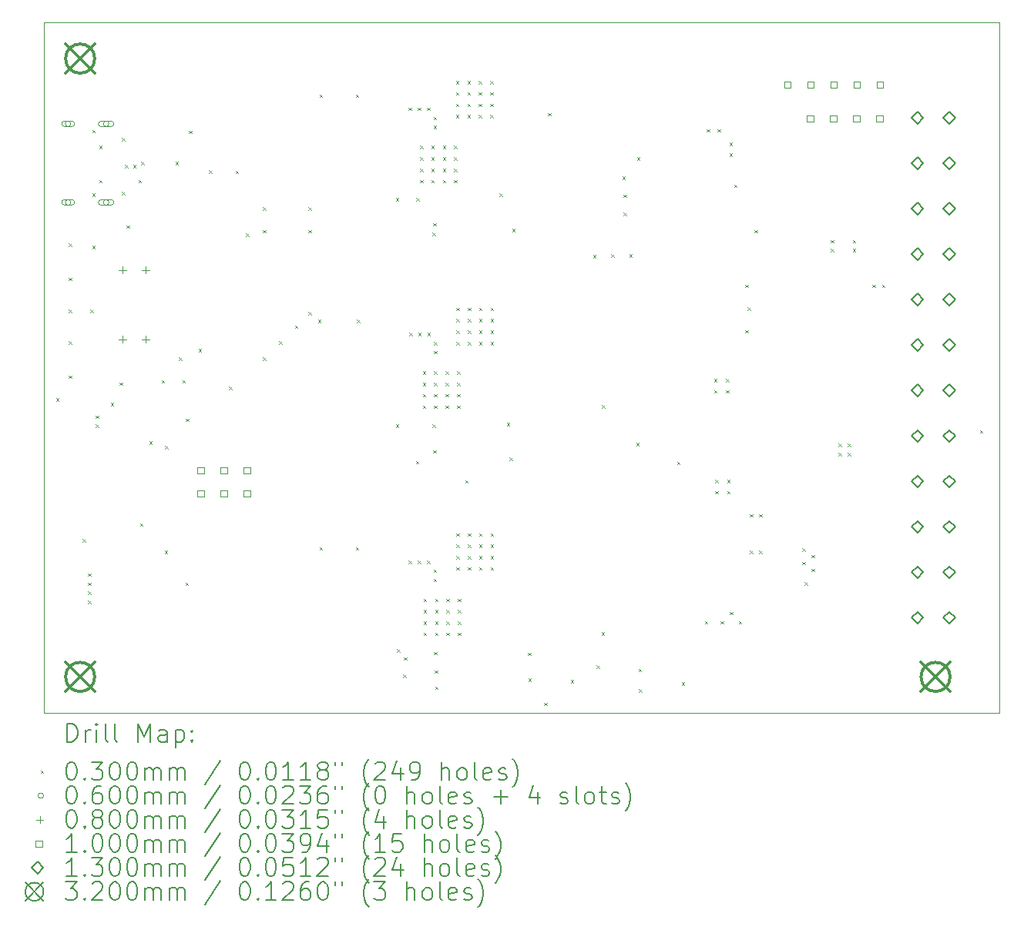
<source format=gbr>
%TF.GenerationSoftware,KiCad,Pcbnew,8.0.5-8.0.5-0~ubuntu24.04.1*%
%TF.CreationDate,2024-10-13T20:58:17+02:00*%
%TF.ProjectId,PD_PSU,50445f50-5355-42e6-9b69-6361645f7063,rev?*%
%TF.SameCoordinates,Original*%
%TF.FileFunction,Drillmap*%
%TF.FilePolarity,Positive*%
%FSLAX45Y45*%
G04 Gerber Fmt 4.5, Leading zero omitted, Abs format (unit mm)*
G04 Created by KiCad (PCBNEW 8.0.5-8.0.5-0~ubuntu24.04.1) date 2024-10-13 20:58:17*
%MOMM*%
%LPD*%
G01*
G04 APERTURE LIST*
%ADD10C,0.050000*%
%ADD11C,0.200000*%
%ADD12C,0.100000*%
%ADD13C,0.130000*%
%ADD14C,0.320000*%
G04 APERTURE END LIST*
D10*
X4708350Y-2252847D02*
X15208350Y-2252847D01*
X15208350Y-9852847D01*
X4708350Y-9852847D01*
X4708350Y-2252847D01*
D11*
D12*
X4843350Y-6387847D02*
X4873350Y-6417847D01*
X4873350Y-6387847D02*
X4843350Y-6417847D01*
X4983500Y-4687847D02*
X5013500Y-4717847D01*
X5013500Y-4687847D02*
X4983500Y-4717847D01*
X4983500Y-5412847D02*
X5013500Y-5442847D01*
X5013500Y-5412847D02*
X4983500Y-5442847D01*
X4985000Y-5062847D02*
X5015000Y-5092847D01*
X5015000Y-5062847D02*
X4985000Y-5092847D01*
X4985000Y-5762847D02*
X5015000Y-5792847D01*
X5015000Y-5762847D02*
X4985000Y-5792847D01*
X4985000Y-6137847D02*
X5015000Y-6167847D01*
X5015000Y-6137847D02*
X4985000Y-6167847D01*
X5135000Y-7937847D02*
X5165000Y-7967847D01*
X5165000Y-7937847D02*
X5135000Y-7967847D01*
X5193350Y-8315000D02*
X5223350Y-8345000D01*
X5223350Y-8315000D02*
X5193350Y-8345000D01*
X5193350Y-8612847D02*
X5223350Y-8642847D01*
X5223350Y-8612847D02*
X5193350Y-8642847D01*
X5193363Y-8415350D02*
X5223363Y-8445350D01*
X5223363Y-8415350D02*
X5193363Y-8445350D01*
X5194376Y-8512409D02*
X5224376Y-8542409D01*
X5224376Y-8512409D02*
X5194376Y-8542409D01*
X5218350Y-5412847D02*
X5248350Y-5442847D01*
X5248350Y-5412847D02*
X5218350Y-5442847D01*
X5243350Y-3437847D02*
X5273350Y-3467847D01*
X5273350Y-3437847D02*
X5243350Y-3467847D01*
X5243350Y-4137847D02*
X5273350Y-4167847D01*
X5273350Y-4137847D02*
X5243350Y-4167847D01*
X5243350Y-4712847D02*
X5273350Y-4742847D01*
X5273350Y-4712847D02*
X5243350Y-4742847D01*
X5278350Y-6577847D02*
X5308350Y-6607847D01*
X5308350Y-6577847D02*
X5278350Y-6607847D01*
X5278350Y-6677847D02*
X5308350Y-6707847D01*
X5308350Y-6677847D02*
X5278350Y-6707847D01*
X5318350Y-3612847D02*
X5348350Y-3642847D01*
X5348350Y-3612847D02*
X5318350Y-3642847D01*
X5318350Y-3987847D02*
X5348350Y-4017847D01*
X5348350Y-3987847D02*
X5318350Y-4017847D01*
X5443350Y-6437847D02*
X5473350Y-6467847D01*
X5473350Y-6437847D02*
X5443350Y-6467847D01*
X5543350Y-6212847D02*
X5573350Y-6242847D01*
X5573350Y-6212847D02*
X5543350Y-6242847D01*
X5568350Y-3527847D02*
X5598350Y-3557847D01*
X5598350Y-3527847D02*
X5568350Y-3557847D01*
X5568350Y-4117847D02*
X5598350Y-4147847D01*
X5598350Y-4117847D02*
X5568350Y-4147847D01*
X5601447Y-3822847D02*
X5631447Y-3852847D01*
X5631447Y-3822847D02*
X5601447Y-3852847D01*
X5618350Y-4487847D02*
X5648350Y-4517847D01*
X5648350Y-4487847D02*
X5618350Y-4517847D01*
X5691448Y-3822847D02*
X5721448Y-3852847D01*
X5721448Y-3822847D02*
X5691448Y-3852847D01*
X5748350Y-3987847D02*
X5778350Y-4017847D01*
X5778350Y-3987847D02*
X5748350Y-4017847D01*
X5768350Y-7762847D02*
X5798350Y-7792847D01*
X5798350Y-7762847D02*
X5768350Y-7792847D01*
X5778350Y-3787847D02*
X5808350Y-3817847D01*
X5808350Y-3787847D02*
X5778350Y-3817847D01*
X5868350Y-6862847D02*
X5898350Y-6892847D01*
X5898350Y-6862847D02*
X5868350Y-6892847D01*
X6003350Y-6187847D02*
X6033350Y-6217847D01*
X6033350Y-6187847D02*
X6003350Y-6217847D01*
X6036001Y-8063999D02*
X6066001Y-8093999D01*
X6066001Y-8063999D02*
X6036001Y-8093999D01*
X6043350Y-6912847D02*
X6073350Y-6942847D01*
X6073350Y-6912847D02*
X6043350Y-6942847D01*
X6155159Y-3787847D02*
X6185159Y-3817847D01*
X6185159Y-3787847D02*
X6155159Y-3817847D01*
X6193350Y-5937847D02*
X6223350Y-5967847D01*
X6223350Y-5937847D02*
X6193350Y-5967847D01*
X6232350Y-6187847D02*
X6262350Y-6217847D01*
X6262350Y-6187847D02*
X6232350Y-6217847D01*
X6265000Y-8415000D02*
X6295000Y-8445000D01*
X6295000Y-8415000D02*
X6265000Y-8445000D01*
X6268350Y-6612847D02*
X6298350Y-6642847D01*
X6298350Y-6612847D02*
X6268350Y-6642847D01*
X6305000Y-3445000D02*
X6335000Y-3475000D01*
X6335000Y-3445000D02*
X6305000Y-3475000D01*
X6408350Y-5847847D02*
X6438350Y-5877847D01*
X6438350Y-5847847D02*
X6408350Y-5877847D01*
X6525378Y-3883276D02*
X6555378Y-3913276D01*
X6555378Y-3883276D02*
X6525378Y-3913276D01*
X6743350Y-6262847D02*
X6773350Y-6292847D01*
X6773350Y-6262847D02*
X6743350Y-6292847D01*
X6815000Y-3885000D02*
X6845000Y-3915000D01*
X6845000Y-3885000D02*
X6815000Y-3915000D01*
X6930850Y-4575347D02*
X6960850Y-4605347D01*
X6960850Y-4575347D02*
X6930850Y-4605347D01*
X7118350Y-4287847D02*
X7148350Y-4317847D01*
X7148350Y-4287847D02*
X7118350Y-4317847D01*
X7118350Y-4537847D02*
X7148350Y-4567847D01*
X7148350Y-4537847D02*
X7118350Y-4567847D01*
X7118350Y-5937847D02*
X7148350Y-5967847D01*
X7148350Y-5937847D02*
X7118350Y-5967847D01*
X7293350Y-5762847D02*
X7323350Y-5792847D01*
X7323350Y-5762847D02*
X7293350Y-5792847D01*
X7468350Y-5587847D02*
X7498350Y-5617847D01*
X7498350Y-5587847D02*
X7468350Y-5617847D01*
X7618350Y-4287847D02*
X7648350Y-4317847D01*
X7648350Y-4287847D02*
X7618350Y-4317847D01*
X7618350Y-4537847D02*
X7648350Y-4567847D01*
X7648350Y-4537847D02*
X7618350Y-4567847D01*
X7618350Y-5437847D02*
X7648350Y-5467847D01*
X7648350Y-5437847D02*
X7618350Y-5467847D01*
X7723350Y-5523097D02*
X7753350Y-5553097D01*
X7753350Y-5523097D02*
X7723350Y-5553097D01*
X7738350Y-3047847D02*
X7768350Y-3077847D01*
X7768350Y-3047847D02*
X7738350Y-3077847D01*
X7738350Y-8027847D02*
X7768350Y-8057847D01*
X7768350Y-8027847D02*
X7738350Y-8057847D01*
X8138350Y-3047847D02*
X8168350Y-3077847D01*
X8168350Y-3047847D02*
X8138350Y-3077847D01*
X8138350Y-8027847D02*
X8168350Y-8057847D01*
X8168350Y-8027847D02*
X8138350Y-8057847D01*
X8148350Y-5523097D02*
X8178350Y-5553097D01*
X8178350Y-5523097D02*
X8148350Y-5553097D01*
X8578350Y-4187847D02*
X8608350Y-4217847D01*
X8608350Y-4187847D02*
X8578350Y-4217847D01*
X8578350Y-6678097D02*
X8608350Y-6708097D01*
X8608350Y-6678097D02*
X8578350Y-6708097D01*
X8588350Y-9147847D02*
X8618350Y-9177847D01*
X8618350Y-9147847D02*
X8588350Y-9177847D01*
X8658350Y-9427847D02*
X8688350Y-9457847D01*
X8688350Y-9427847D02*
X8658350Y-9457847D01*
X8668350Y-9237847D02*
X8698350Y-9267847D01*
X8698350Y-9237847D02*
X8668350Y-9267847D01*
X8718350Y-3192847D02*
X8748350Y-3222847D01*
X8748350Y-3192847D02*
X8718350Y-3222847D01*
X8718350Y-8172847D02*
X8748350Y-8202847D01*
X8748350Y-8172847D02*
X8718350Y-8202847D01*
X8723350Y-5668097D02*
X8753350Y-5698097D01*
X8753350Y-5668097D02*
X8723350Y-5698097D01*
X8798350Y-7078097D02*
X8828350Y-7108097D01*
X8828350Y-7078097D02*
X8798350Y-7108097D01*
X8803350Y-4187847D02*
X8833350Y-4217847D01*
X8833350Y-4187847D02*
X8803350Y-4217847D01*
X8818350Y-3192847D02*
X8848350Y-3222847D01*
X8848350Y-3192847D02*
X8818350Y-3222847D01*
X8818350Y-8172847D02*
X8848350Y-8202847D01*
X8848350Y-8172847D02*
X8818350Y-8202847D01*
X8823350Y-5668097D02*
X8853350Y-5698097D01*
X8853350Y-5668097D02*
X8823350Y-5698097D01*
X8843350Y-3612847D02*
X8873350Y-3642847D01*
X8873350Y-3612847D02*
X8843350Y-3642847D01*
X8843350Y-3737847D02*
X8873350Y-3767847D01*
X8873350Y-3737847D02*
X8843350Y-3767847D01*
X8843350Y-3862847D02*
X8873350Y-3892847D01*
X8873350Y-3862847D02*
X8843350Y-3892847D01*
X8843350Y-3987847D02*
X8873350Y-4017847D01*
X8873350Y-3987847D02*
X8843350Y-4017847D01*
X8873350Y-6092847D02*
X8903350Y-6122847D01*
X8903350Y-6092847D02*
X8873350Y-6122847D01*
X8873350Y-6217847D02*
X8903350Y-6247847D01*
X8903350Y-6217847D02*
X8873350Y-6247847D01*
X8873350Y-6342847D02*
X8903350Y-6372847D01*
X8903350Y-6342847D02*
X8873350Y-6372847D01*
X8873350Y-6467847D02*
X8903350Y-6497847D01*
X8903350Y-6467847D02*
X8873350Y-6497847D01*
X8883350Y-8592847D02*
X8913350Y-8622847D01*
X8913350Y-8592847D02*
X8883350Y-8622847D01*
X8883350Y-8717847D02*
X8913350Y-8747847D01*
X8913350Y-8717847D02*
X8883350Y-8747847D01*
X8883350Y-8842847D02*
X8913350Y-8872847D01*
X8913350Y-8842847D02*
X8883350Y-8872847D01*
X8883350Y-8967847D02*
X8913350Y-8997847D01*
X8913350Y-8967847D02*
X8883350Y-8997847D01*
X8918350Y-3192847D02*
X8948350Y-3222847D01*
X8948350Y-3192847D02*
X8918350Y-3222847D01*
X8918350Y-8172847D02*
X8948350Y-8202847D01*
X8948350Y-8172847D02*
X8918350Y-8202847D01*
X8923350Y-5668097D02*
X8953350Y-5698097D01*
X8953350Y-5668097D02*
X8923350Y-5698097D01*
X8968350Y-3612847D02*
X8998350Y-3642847D01*
X8998350Y-3612847D02*
X8968350Y-3642847D01*
X8968350Y-3737847D02*
X8998350Y-3767847D01*
X8998350Y-3737847D02*
X8968350Y-3767847D01*
X8968350Y-3862847D02*
X8998350Y-3892847D01*
X8998350Y-3862847D02*
X8968350Y-3892847D01*
X8968350Y-3987847D02*
X8998350Y-4017847D01*
X8998350Y-3987847D02*
X8968350Y-4017847D01*
X8978350Y-4568847D02*
X9008350Y-4598847D01*
X9008350Y-4568847D02*
X8978350Y-4598847D01*
X8978350Y-6678097D02*
X9008350Y-6708097D01*
X9008350Y-6678097D02*
X8978350Y-6708097D01*
X8988350Y-4460097D02*
X9018350Y-4490097D01*
X9018350Y-4460097D02*
X8988350Y-4490097D01*
X8988350Y-6958097D02*
X9018350Y-6988097D01*
X9018350Y-6958097D02*
X8988350Y-6988097D01*
X8993350Y-3292847D02*
X9023350Y-3322847D01*
X9023350Y-3292847D02*
X8993350Y-3322847D01*
X8993350Y-3392847D02*
X9023350Y-3422847D01*
X9023350Y-3392847D02*
X8993350Y-3422847D01*
X8993350Y-8272847D02*
X9023350Y-8302847D01*
X9023350Y-8272847D02*
X8993350Y-8302847D01*
X8993350Y-8372847D02*
X9023350Y-8402847D01*
X9023350Y-8372847D02*
X8993350Y-8402847D01*
X8995100Y-9177847D02*
X9025100Y-9207847D01*
X9025100Y-9177847D02*
X8995100Y-9207847D01*
X8998350Y-5768097D02*
X9028350Y-5798097D01*
X9028350Y-5768097D02*
X8998350Y-5798097D01*
X8998350Y-5868097D02*
X9028350Y-5898097D01*
X9028350Y-5868097D02*
X8998350Y-5898097D01*
X8998350Y-6092847D02*
X9028350Y-6122847D01*
X9028350Y-6092847D02*
X8998350Y-6122847D01*
X8998350Y-6217847D02*
X9028350Y-6247847D01*
X9028350Y-6217847D02*
X8998350Y-6247847D01*
X8998350Y-6342847D02*
X9028350Y-6372847D01*
X9028350Y-6342847D02*
X8998350Y-6372847D01*
X8998350Y-6467847D02*
X9028350Y-6497847D01*
X9028350Y-6467847D02*
X8998350Y-6497847D01*
X9005100Y-9382847D02*
X9035100Y-9412847D01*
X9035100Y-9382847D02*
X9005100Y-9412847D01*
X9008350Y-8592847D02*
X9038350Y-8622847D01*
X9038350Y-8592847D02*
X9008350Y-8622847D01*
X9008350Y-8717847D02*
X9038350Y-8747847D01*
X9038350Y-8717847D02*
X9008350Y-8747847D01*
X9008350Y-8842847D02*
X9038350Y-8872847D01*
X9038350Y-8842847D02*
X9008350Y-8872847D01*
X9008350Y-8967847D02*
X9038350Y-8997847D01*
X9038350Y-8967847D02*
X9008350Y-8997847D01*
X9008350Y-9558847D02*
X9038350Y-9588847D01*
X9038350Y-9558847D02*
X9008350Y-9588847D01*
X9093350Y-3612847D02*
X9123350Y-3642847D01*
X9123350Y-3612847D02*
X9093350Y-3642847D01*
X9093350Y-3737847D02*
X9123350Y-3767847D01*
X9123350Y-3737847D02*
X9093350Y-3767847D01*
X9093350Y-3862847D02*
X9123350Y-3892847D01*
X9123350Y-3862847D02*
X9093350Y-3892847D01*
X9093350Y-3987847D02*
X9123350Y-4017847D01*
X9123350Y-3987847D02*
X9093350Y-4017847D01*
X9123350Y-6092847D02*
X9153350Y-6122847D01*
X9153350Y-6092847D02*
X9123350Y-6122847D01*
X9123350Y-6217847D02*
X9153350Y-6247847D01*
X9153350Y-6217847D02*
X9123350Y-6247847D01*
X9123350Y-6342847D02*
X9153350Y-6372847D01*
X9153350Y-6342847D02*
X9123350Y-6372847D01*
X9123350Y-6467847D02*
X9153350Y-6497847D01*
X9153350Y-6467847D02*
X9123350Y-6497847D01*
X9133350Y-8592847D02*
X9163350Y-8622847D01*
X9163350Y-8592847D02*
X9133350Y-8622847D01*
X9133350Y-8717847D02*
X9163350Y-8747847D01*
X9163350Y-8717847D02*
X9133350Y-8747847D01*
X9133350Y-8842847D02*
X9163350Y-8872847D01*
X9163350Y-8842847D02*
X9133350Y-8872847D01*
X9133350Y-8967847D02*
X9163350Y-8997847D01*
X9163350Y-8967847D02*
X9133350Y-8997847D01*
X9218350Y-3612847D02*
X9248350Y-3642847D01*
X9248350Y-3612847D02*
X9218350Y-3642847D01*
X9218350Y-3737847D02*
X9248350Y-3767847D01*
X9248350Y-3737847D02*
X9218350Y-3767847D01*
X9218350Y-3862847D02*
X9248350Y-3892847D01*
X9248350Y-3862847D02*
X9218350Y-3892847D01*
X9218350Y-3987847D02*
X9248350Y-4017847D01*
X9248350Y-3987847D02*
X9218350Y-4017847D01*
X9238350Y-2897847D02*
X9268350Y-2927847D01*
X9268350Y-2897847D02*
X9238350Y-2927847D01*
X9238350Y-3022847D02*
X9268350Y-3052847D01*
X9268350Y-3022847D02*
X9238350Y-3052847D01*
X9238350Y-3147847D02*
X9268350Y-3177847D01*
X9268350Y-3147847D02*
X9238350Y-3177847D01*
X9238350Y-3272847D02*
X9268350Y-3302847D01*
X9268350Y-3272847D02*
X9238350Y-3302847D01*
X9243350Y-5392847D02*
X9273350Y-5422847D01*
X9273350Y-5392847D02*
X9243350Y-5422847D01*
X9243350Y-5517847D02*
X9273350Y-5547847D01*
X9273350Y-5517847D02*
X9243350Y-5547847D01*
X9243350Y-5642847D02*
X9273350Y-5672847D01*
X9273350Y-5642847D02*
X9243350Y-5672847D01*
X9243350Y-5767847D02*
X9273350Y-5797847D01*
X9273350Y-5767847D02*
X9243350Y-5797847D01*
X9243350Y-7872847D02*
X9273350Y-7902847D01*
X9273350Y-7872847D02*
X9243350Y-7902847D01*
X9243350Y-7997847D02*
X9273350Y-8027847D01*
X9273350Y-7997847D02*
X9243350Y-8027847D01*
X9243350Y-8122847D02*
X9273350Y-8152847D01*
X9273350Y-8122847D02*
X9243350Y-8152847D01*
X9243350Y-8247847D02*
X9273350Y-8277847D01*
X9273350Y-8247847D02*
X9243350Y-8277847D01*
X9248350Y-6092847D02*
X9278350Y-6122847D01*
X9278350Y-6092847D02*
X9248350Y-6122847D01*
X9248350Y-6217847D02*
X9278350Y-6247847D01*
X9278350Y-6217847D02*
X9248350Y-6247847D01*
X9248350Y-6342847D02*
X9278350Y-6372847D01*
X9278350Y-6342847D02*
X9248350Y-6372847D01*
X9248350Y-6467847D02*
X9278350Y-6497847D01*
X9278350Y-6467847D02*
X9248350Y-6497847D01*
X9258350Y-8592847D02*
X9288350Y-8622847D01*
X9288350Y-8592847D02*
X9258350Y-8622847D01*
X9258350Y-8717847D02*
X9288350Y-8747847D01*
X9288350Y-8717847D02*
X9258350Y-8747847D01*
X9258350Y-8842847D02*
X9288350Y-8872847D01*
X9288350Y-8842847D02*
X9258350Y-8872847D01*
X9258350Y-8967847D02*
X9288350Y-8997847D01*
X9288350Y-8967847D02*
X9258350Y-8997847D01*
X9338350Y-7288097D02*
X9368350Y-7318097D01*
X9368350Y-7288097D02*
X9338350Y-7318097D01*
X9363350Y-2897847D02*
X9393350Y-2927847D01*
X9393350Y-2897847D02*
X9363350Y-2927847D01*
X9363350Y-3022847D02*
X9393350Y-3052847D01*
X9393350Y-3022847D02*
X9363350Y-3052847D01*
X9363350Y-3147847D02*
X9393350Y-3177847D01*
X9393350Y-3147847D02*
X9363350Y-3177847D01*
X9363350Y-3272847D02*
X9393350Y-3302847D01*
X9393350Y-3272847D02*
X9363350Y-3302847D01*
X9368350Y-5392847D02*
X9398350Y-5422847D01*
X9398350Y-5392847D02*
X9368350Y-5422847D01*
X9368350Y-5517847D02*
X9398350Y-5547847D01*
X9398350Y-5517847D02*
X9368350Y-5547847D01*
X9368350Y-5642847D02*
X9398350Y-5672847D01*
X9398350Y-5642847D02*
X9368350Y-5672847D01*
X9368350Y-5767847D02*
X9398350Y-5797847D01*
X9398350Y-5767847D02*
X9368350Y-5797847D01*
X9368350Y-7872847D02*
X9398350Y-7902847D01*
X9398350Y-7872847D02*
X9368350Y-7902847D01*
X9368350Y-7997847D02*
X9398350Y-8027847D01*
X9398350Y-7997847D02*
X9368350Y-8027847D01*
X9368350Y-8122847D02*
X9398350Y-8152847D01*
X9398350Y-8122847D02*
X9368350Y-8152847D01*
X9368350Y-8247847D02*
X9398350Y-8277847D01*
X9398350Y-8247847D02*
X9368350Y-8277847D01*
X9488350Y-2897847D02*
X9518350Y-2927847D01*
X9518350Y-2897847D02*
X9488350Y-2927847D01*
X9488350Y-3022847D02*
X9518350Y-3052847D01*
X9518350Y-3022847D02*
X9488350Y-3052847D01*
X9488350Y-3147847D02*
X9518350Y-3177847D01*
X9518350Y-3147847D02*
X9488350Y-3177847D01*
X9488350Y-3272847D02*
X9518350Y-3302847D01*
X9518350Y-3272847D02*
X9488350Y-3302847D01*
X9493350Y-5392847D02*
X9523350Y-5422847D01*
X9523350Y-5392847D02*
X9493350Y-5422847D01*
X9493350Y-5517847D02*
X9523350Y-5547847D01*
X9523350Y-5517847D02*
X9493350Y-5547847D01*
X9493350Y-5642847D02*
X9523350Y-5672847D01*
X9523350Y-5642847D02*
X9493350Y-5672847D01*
X9493350Y-5767847D02*
X9523350Y-5797847D01*
X9523350Y-5767847D02*
X9493350Y-5797847D01*
X9493350Y-7872847D02*
X9523350Y-7902847D01*
X9523350Y-7872847D02*
X9493350Y-7902847D01*
X9493350Y-7997847D02*
X9523350Y-8027847D01*
X9523350Y-7997847D02*
X9493350Y-8027847D01*
X9493350Y-8122847D02*
X9523350Y-8152847D01*
X9523350Y-8122847D02*
X9493350Y-8152847D01*
X9493350Y-8247847D02*
X9523350Y-8277847D01*
X9523350Y-8247847D02*
X9493350Y-8277847D01*
X9613350Y-2897847D02*
X9643350Y-2927847D01*
X9643350Y-2897847D02*
X9613350Y-2927847D01*
X9613350Y-3022847D02*
X9643350Y-3052847D01*
X9643350Y-3022847D02*
X9613350Y-3052847D01*
X9613350Y-3147847D02*
X9643350Y-3177847D01*
X9643350Y-3147847D02*
X9613350Y-3177847D01*
X9613350Y-3272847D02*
X9643350Y-3302847D01*
X9643350Y-3272847D02*
X9613350Y-3302847D01*
X9618350Y-5392847D02*
X9648350Y-5422847D01*
X9648350Y-5392847D02*
X9618350Y-5422847D01*
X9618350Y-5517847D02*
X9648350Y-5547847D01*
X9648350Y-5517847D02*
X9618350Y-5547847D01*
X9618350Y-5642847D02*
X9648350Y-5672847D01*
X9648350Y-5642847D02*
X9618350Y-5672847D01*
X9618350Y-5767847D02*
X9648350Y-5797847D01*
X9648350Y-5767847D02*
X9618350Y-5797847D01*
X9618350Y-7872847D02*
X9648350Y-7902847D01*
X9648350Y-7872847D02*
X9618350Y-7902847D01*
X9618350Y-7997847D02*
X9648350Y-8027847D01*
X9648350Y-7997847D02*
X9618350Y-8027847D01*
X9618350Y-8122847D02*
X9648350Y-8152847D01*
X9648350Y-8122847D02*
X9618350Y-8152847D01*
X9618350Y-8247847D02*
X9648350Y-8277847D01*
X9648350Y-8247847D02*
X9618350Y-8277847D01*
X9718350Y-4137847D02*
X9748350Y-4167847D01*
X9748350Y-4137847D02*
X9718350Y-4167847D01*
X9798350Y-6660472D02*
X9828350Y-6690472D01*
X9828350Y-6660472D02*
X9798350Y-6690472D01*
X9828350Y-7038097D02*
X9858350Y-7068097D01*
X9858350Y-7038097D02*
X9828350Y-7068097D01*
X9855000Y-4525000D02*
X9885000Y-4555000D01*
X9885000Y-4525000D02*
X9855000Y-4555000D01*
X10030259Y-9187847D02*
X10060259Y-9217847D01*
X10060259Y-9187847D02*
X10030259Y-9217847D01*
X10035100Y-9467847D02*
X10065100Y-9497847D01*
X10065100Y-9467847D02*
X10035100Y-9497847D01*
X10208350Y-9737847D02*
X10238350Y-9767847D01*
X10238350Y-9737847D02*
X10208350Y-9767847D01*
X10248350Y-3250097D02*
X10278350Y-3280097D01*
X10278350Y-3250097D02*
X10248350Y-3280097D01*
X10498350Y-9487847D02*
X10528350Y-9517847D01*
X10528350Y-9487847D02*
X10498350Y-9517847D01*
X10743350Y-4812847D02*
X10773350Y-4842847D01*
X10773350Y-4812847D02*
X10743350Y-4842847D01*
X10780850Y-9325347D02*
X10810850Y-9355347D01*
X10810850Y-9325347D02*
X10780850Y-9355347D01*
X10838350Y-8962847D02*
X10868350Y-8992847D01*
X10868350Y-8962847D02*
X10838350Y-8992847D01*
X10843350Y-6462847D02*
X10873350Y-6492847D01*
X10873350Y-6462847D02*
X10843350Y-6492847D01*
X10943350Y-4802847D02*
X10973350Y-4832847D01*
X10973350Y-4802847D02*
X10943350Y-4832847D01*
X11068350Y-3947847D02*
X11098350Y-3977847D01*
X11098350Y-3947847D02*
X11068350Y-3977847D01*
X11078350Y-4147847D02*
X11108350Y-4177847D01*
X11108350Y-4147847D02*
X11078350Y-4177847D01*
X11078350Y-4347847D02*
X11108350Y-4377847D01*
X11108350Y-4347847D02*
X11078350Y-4377847D01*
X11143350Y-4802847D02*
X11173350Y-4832847D01*
X11173350Y-4802847D02*
X11143350Y-4832847D01*
X11218350Y-6877847D02*
X11248350Y-6907847D01*
X11248350Y-6877847D02*
X11218350Y-6907847D01*
X11228350Y-3737847D02*
X11258350Y-3767847D01*
X11258350Y-3737847D02*
X11228350Y-3767847D01*
X11243350Y-9362847D02*
X11273350Y-9392847D01*
X11273350Y-9362847D02*
X11243350Y-9392847D01*
X11248350Y-9587847D02*
X11278350Y-9617847D01*
X11278350Y-9587847D02*
X11248350Y-9617847D01*
X11668350Y-7087847D02*
X11698350Y-7117847D01*
X11698350Y-7087847D02*
X11668350Y-7117847D01*
X11718350Y-9512847D02*
X11748350Y-9542847D01*
X11748350Y-9512847D02*
X11718350Y-9542847D01*
X11971600Y-8837847D02*
X12001600Y-8867847D01*
X12001600Y-8837847D02*
X11971600Y-8867847D01*
X11993350Y-3427847D02*
X12023350Y-3457847D01*
X12023350Y-3427847D02*
X11993350Y-3457847D01*
X12073350Y-6177847D02*
X12103350Y-6207847D01*
X12103350Y-6177847D02*
X12073350Y-6207847D01*
X12073350Y-6297847D02*
X12103350Y-6327847D01*
X12103350Y-6297847D02*
X12073350Y-6327847D01*
X12088350Y-7287847D02*
X12118350Y-7317847D01*
X12118350Y-7287847D02*
X12088350Y-7317847D01*
X12088350Y-7407847D02*
X12118350Y-7437847D01*
X12118350Y-7407847D02*
X12088350Y-7437847D01*
X12113350Y-3427847D02*
X12143350Y-3457847D01*
X12143350Y-3427847D02*
X12113350Y-3457847D01*
X12146600Y-8837847D02*
X12176600Y-8867847D01*
X12176600Y-8837847D02*
X12146600Y-8867847D01*
X12203350Y-6177847D02*
X12233350Y-6207847D01*
X12233350Y-6177847D02*
X12203350Y-6207847D01*
X12203350Y-6297847D02*
X12233350Y-6327847D01*
X12233350Y-6297847D02*
X12203350Y-6327847D01*
X12218350Y-7287847D02*
X12248350Y-7317847D01*
X12248350Y-7287847D02*
X12218350Y-7317847D01*
X12218350Y-7407847D02*
X12248350Y-7437847D01*
X12248350Y-7407847D02*
X12218350Y-7437847D01*
X12243350Y-3577847D02*
X12273350Y-3607847D01*
X12273350Y-3577847D02*
X12243350Y-3607847D01*
X12243350Y-3697847D02*
X12273350Y-3727847D01*
X12273350Y-3697847D02*
X12243350Y-3727847D01*
X12246600Y-8737847D02*
X12276600Y-8767847D01*
X12276600Y-8737847D02*
X12246600Y-8767847D01*
X12293350Y-4037847D02*
X12323350Y-4067847D01*
X12323350Y-4037847D02*
X12293350Y-4067847D01*
X12346600Y-8837847D02*
X12376600Y-8867847D01*
X12376600Y-8837847D02*
X12346600Y-8867847D01*
X12418350Y-5137847D02*
X12448350Y-5167847D01*
X12448350Y-5137847D02*
X12418350Y-5167847D01*
X12418350Y-5637847D02*
X12448350Y-5667847D01*
X12448350Y-5637847D02*
X12418350Y-5667847D01*
X12443350Y-5387847D02*
X12473350Y-5417847D01*
X12473350Y-5387847D02*
X12443350Y-5417847D01*
X12468350Y-7662847D02*
X12498350Y-7692847D01*
X12498350Y-7662847D02*
X12468350Y-7692847D01*
X12468350Y-8062847D02*
X12498350Y-8092847D01*
X12498350Y-8062847D02*
X12468350Y-8092847D01*
X12518350Y-4537847D02*
X12548350Y-4567847D01*
X12548350Y-4537847D02*
X12518350Y-4567847D01*
X12568350Y-7662847D02*
X12598350Y-7692847D01*
X12598350Y-7662847D02*
X12568350Y-7692847D01*
X12568350Y-8062847D02*
X12598350Y-8092847D01*
X12598350Y-8062847D02*
X12568350Y-8092847D01*
X13043350Y-8037847D02*
X13073350Y-8067847D01*
X13073350Y-8037847D02*
X13043350Y-8067847D01*
X13043350Y-8187847D02*
X13073350Y-8217847D01*
X13073350Y-8187847D02*
X13043350Y-8217847D01*
X13068350Y-8412847D02*
X13098350Y-8442847D01*
X13098350Y-8412847D02*
X13068350Y-8442847D01*
X13143350Y-8112847D02*
X13173350Y-8142847D01*
X13173350Y-8112847D02*
X13143350Y-8142847D01*
X13143350Y-8262847D02*
X13173350Y-8292847D01*
X13173350Y-8262847D02*
X13143350Y-8292847D01*
X13358350Y-4647847D02*
X13388350Y-4677847D01*
X13388350Y-4647847D02*
X13358350Y-4677847D01*
X13358350Y-4747847D02*
X13388350Y-4777847D01*
X13388350Y-4747847D02*
X13358350Y-4777847D01*
X13443350Y-6887847D02*
X13473350Y-6917847D01*
X13473350Y-6887847D02*
X13443350Y-6917847D01*
X13443350Y-6987847D02*
X13473350Y-7017847D01*
X13473350Y-6987847D02*
X13443350Y-7017847D01*
X13543350Y-6887847D02*
X13573350Y-6917847D01*
X13573350Y-6887847D02*
X13543350Y-6917847D01*
X13543350Y-6987847D02*
X13573350Y-7017847D01*
X13573350Y-6987847D02*
X13543350Y-7017847D01*
X13598350Y-4647847D02*
X13628350Y-4677847D01*
X13628350Y-4647847D02*
X13598350Y-4677847D01*
X13598350Y-4747847D02*
X13628350Y-4777847D01*
X13628350Y-4747847D02*
X13598350Y-4777847D01*
X13813064Y-5138624D02*
X13843064Y-5168624D01*
X13843064Y-5138624D02*
X13813064Y-5168624D01*
X13918350Y-5138624D02*
X13948350Y-5168624D01*
X13948350Y-5138624D02*
X13918350Y-5168624D01*
X14993350Y-6737847D02*
X15023350Y-6767847D01*
X15023350Y-6737847D02*
X14993350Y-6767847D01*
X5005850Y-3370847D02*
G75*
G02*
X4945850Y-3370847I-30000J0D01*
G01*
X4945850Y-3370847D02*
G75*
G02*
X5005850Y-3370847I30000J0D01*
G01*
X5015850Y-3340847D02*
X4935850Y-3340847D01*
X4935850Y-3400847D02*
G75*
G02*
X4935850Y-3340847I0J30000D01*
G01*
X4935850Y-3400847D02*
X5015850Y-3400847D01*
X5015850Y-3400847D02*
G75*
G03*
X5015850Y-3340847I0J30000D01*
G01*
X5005850Y-4234847D02*
G75*
G02*
X4945850Y-4234847I-30000J0D01*
G01*
X4945850Y-4234847D02*
G75*
G02*
X5005850Y-4234847I30000J0D01*
G01*
X5015850Y-4204847D02*
X4935850Y-4204847D01*
X4935850Y-4264847D02*
G75*
G02*
X4935850Y-4204847I0J30000D01*
G01*
X4935850Y-4264847D02*
X5015850Y-4264847D01*
X5015850Y-4264847D02*
G75*
G03*
X5015850Y-4204847I0J30000D01*
G01*
X5423850Y-3370847D02*
G75*
G02*
X5363850Y-3370847I-30000J0D01*
G01*
X5363850Y-3370847D02*
G75*
G02*
X5423850Y-3370847I30000J0D01*
G01*
X5448850Y-3340847D02*
X5338850Y-3340847D01*
X5338850Y-3400847D02*
G75*
G02*
X5338850Y-3340847I0J30000D01*
G01*
X5338850Y-3400847D02*
X5448850Y-3400847D01*
X5448850Y-3400847D02*
G75*
G03*
X5448850Y-3340847I0J30000D01*
G01*
X5423850Y-4234847D02*
G75*
G02*
X5363850Y-4234847I-30000J0D01*
G01*
X5363850Y-4234847D02*
G75*
G02*
X5423850Y-4234847I30000J0D01*
G01*
X5448850Y-4204847D02*
X5338850Y-4204847D01*
X5338850Y-4264847D02*
G75*
G02*
X5338850Y-4204847I0J30000D01*
G01*
X5338850Y-4264847D02*
X5448850Y-4264847D01*
X5448850Y-4264847D02*
G75*
G03*
X5448850Y-4204847I0J30000D01*
G01*
X5574350Y-4937847D02*
X5574350Y-5017847D01*
X5534350Y-4977847D02*
X5614350Y-4977847D01*
X5574350Y-5699847D02*
X5574350Y-5779847D01*
X5534350Y-5739847D02*
X5614350Y-5739847D01*
X5828350Y-4937847D02*
X5828350Y-5017847D01*
X5788350Y-4977847D02*
X5868350Y-4977847D01*
X5828350Y-5699847D02*
X5828350Y-5779847D01*
X5788350Y-5739847D02*
X5868350Y-5739847D01*
X6468705Y-7215356D02*
X6468705Y-7144644D01*
X6397994Y-7144644D01*
X6397994Y-7215356D01*
X6468705Y-7215356D01*
X6468705Y-7469356D02*
X6468705Y-7398644D01*
X6397994Y-7398644D01*
X6397994Y-7469356D01*
X6468705Y-7469356D01*
X6722705Y-7215356D02*
X6722705Y-7144644D01*
X6651994Y-7144644D01*
X6651994Y-7215356D01*
X6722705Y-7215356D01*
X6722705Y-7469356D02*
X6722705Y-7398644D01*
X6651994Y-7398644D01*
X6651994Y-7469356D01*
X6722705Y-7469356D01*
X6976705Y-7215356D02*
X6976705Y-7144644D01*
X6905994Y-7144644D01*
X6905994Y-7215356D01*
X6976705Y-7215356D01*
X6976705Y-7469356D02*
X6976705Y-7398644D01*
X6905994Y-7398644D01*
X6905994Y-7469356D01*
X6976705Y-7469356D01*
X12914705Y-2978202D02*
X12914705Y-2907491D01*
X12843994Y-2907491D01*
X12843994Y-2978202D01*
X12914705Y-2978202D01*
X13164705Y-3348202D02*
X13164705Y-3277491D01*
X13093994Y-3277491D01*
X13093994Y-3348202D01*
X13164705Y-3348202D01*
X13168705Y-2978202D02*
X13168705Y-2907491D01*
X13097994Y-2907491D01*
X13097994Y-2978202D01*
X13168705Y-2978202D01*
X13418705Y-3348202D02*
X13418705Y-3277491D01*
X13347994Y-3277491D01*
X13347994Y-3348202D01*
X13418705Y-3348202D01*
X13422705Y-2978202D02*
X13422705Y-2907491D01*
X13351994Y-2907491D01*
X13351994Y-2978202D01*
X13422705Y-2978202D01*
X13672705Y-3348202D02*
X13672705Y-3277491D01*
X13601994Y-3277491D01*
X13601994Y-3348202D01*
X13672705Y-3348202D01*
X13676705Y-2978202D02*
X13676705Y-2907491D01*
X13605994Y-2907491D01*
X13605994Y-2978202D01*
X13676705Y-2978202D01*
X13926705Y-3348202D02*
X13926705Y-3277491D01*
X13855994Y-3277491D01*
X13855994Y-3348202D01*
X13926705Y-3348202D01*
X13930705Y-2978202D02*
X13930705Y-2907491D01*
X13859994Y-2907491D01*
X13859994Y-2978202D01*
X13930705Y-2978202D01*
D13*
X14308350Y-3367847D02*
X14373350Y-3302847D01*
X14308350Y-3237847D01*
X14243350Y-3302847D01*
X14308350Y-3367847D01*
X14308350Y-3867847D02*
X14373350Y-3802847D01*
X14308350Y-3737847D01*
X14243350Y-3802847D01*
X14308350Y-3867847D01*
X14308350Y-4367847D02*
X14373350Y-4302847D01*
X14308350Y-4237847D01*
X14243350Y-4302847D01*
X14308350Y-4367847D01*
X14308350Y-4867847D02*
X14373350Y-4802847D01*
X14308350Y-4737847D01*
X14243350Y-4802847D01*
X14308350Y-4867847D01*
X14308350Y-5367847D02*
X14373350Y-5302847D01*
X14308350Y-5237847D01*
X14243350Y-5302847D01*
X14308350Y-5367847D01*
X14308350Y-5867847D02*
X14373350Y-5802847D01*
X14308350Y-5737847D01*
X14243350Y-5802847D01*
X14308350Y-5867847D01*
X14308350Y-6367847D02*
X14373350Y-6302847D01*
X14308350Y-6237847D01*
X14243350Y-6302847D01*
X14308350Y-6367847D01*
X14308350Y-6867847D02*
X14373350Y-6802847D01*
X14308350Y-6737847D01*
X14243350Y-6802847D01*
X14308350Y-6867847D01*
X14308350Y-7367847D02*
X14373350Y-7302847D01*
X14308350Y-7237847D01*
X14243350Y-7302847D01*
X14308350Y-7367847D01*
X14308350Y-7867847D02*
X14373350Y-7802847D01*
X14308350Y-7737847D01*
X14243350Y-7802847D01*
X14308350Y-7867847D01*
X14308350Y-8367847D02*
X14373350Y-8302847D01*
X14308350Y-8237847D01*
X14243350Y-8302847D01*
X14308350Y-8367847D01*
X14308350Y-8867847D02*
X14373350Y-8802847D01*
X14308350Y-8737847D01*
X14243350Y-8802847D01*
X14308350Y-8867847D01*
X14658350Y-3367847D02*
X14723350Y-3302847D01*
X14658350Y-3237847D01*
X14593350Y-3302847D01*
X14658350Y-3367847D01*
X14658350Y-3867847D02*
X14723350Y-3802847D01*
X14658350Y-3737847D01*
X14593350Y-3802847D01*
X14658350Y-3867847D01*
X14658350Y-4367847D02*
X14723350Y-4302847D01*
X14658350Y-4237847D01*
X14593350Y-4302847D01*
X14658350Y-4367847D01*
X14658350Y-4867847D02*
X14723350Y-4802847D01*
X14658350Y-4737847D01*
X14593350Y-4802847D01*
X14658350Y-4867847D01*
X14658350Y-5367847D02*
X14723350Y-5302847D01*
X14658350Y-5237847D01*
X14593350Y-5302847D01*
X14658350Y-5367847D01*
X14658350Y-5867847D02*
X14723350Y-5802847D01*
X14658350Y-5737847D01*
X14593350Y-5802847D01*
X14658350Y-5867847D01*
X14658350Y-6367847D02*
X14723350Y-6302847D01*
X14658350Y-6237847D01*
X14593350Y-6302847D01*
X14658350Y-6367847D01*
X14658350Y-6867847D02*
X14723350Y-6802847D01*
X14658350Y-6737847D01*
X14593350Y-6802847D01*
X14658350Y-6867847D01*
X14658350Y-7367847D02*
X14723350Y-7302847D01*
X14658350Y-7237847D01*
X14593350Y-7302847D01*
X14658350Y-7367847D01*
X14658350Y-7867847D02*
X14723350Y-7802847D01*
X14658350Y-7737847D01*
X14593350Y-7802847D01*
X14658350Y-7867847D01*
X14658350Y-8367847D02*
X14723350Y-8302847D01*
X14658350Y-8237847D01*
X14593350Y-8302847D01*
X14658350Y-8367847D01*
X14658350Y-8867847D02*
X14723350Y-8802847D01*
X14658350Y-8737847D01*
X14593350Y-8802847D01*
X14658350Y-8867847D01*
D14*
X4948350Y-2492847D02*
X5268350Y-2812847D01*
X5268350Y-2492847D02*
X4948350Y-2812847D01*
X5268350Y-2652847D02*
G75*
G02*
X4948350Y-2652847I-160000J0D01*
G01*
X4948350Y-2652847D02*
G75*
G02*
X5268350Y-2652847I160000J0D01*
G01*
X4948350Y-9292847D02*
X5268350Y-9612847D01*
X5268350Y-9292847D02*
X4948350Y-9612847D01*
X5268350Y-9452847D02*
G75*
G02*
X4948350Y-9452847I-160000J0D01*
G01*
X4948350Y-9452847D02*
G75*
G02*
X5268350Y-9452847I160000J0D01*
G01*
X14348350Y-9292847D02*
X14668350Y-9612847D01*
X14668350Y-9292847D02*
X14348350Y-9612847D01*
X14668350Y-9452847D02*
G75*
G02*
X14348350Y-9452847I-160000J0D01*
G01*
X14348350Y-9452847D02*
G75*
G02*
X14668350Y-9452847I160000J0D01*
G01*
D11*
X4966626Y-10166831D02*
X4966626Y-9966831D01*
X4966626Y-9966831D02*
X5014245Y-9966831D01*
X5014245Y-9966831D02*
X5042817Y-9976354D01*
X5042817Y-9976354D02*
X5061865Y-9995402D01*
X5061865Y-9995402D02*
X5071388Y-10014450D01*
X5071388Y-10014450D02*
X5080912Y-10052545D01*
X5080912Y-10052545D02*
X5080912Y-10081116D01*
X5080912Y-10081116D02*
X5071388Y-10119212D01*
X5071388Y-10119212D02*
X5061865Y-10138259D01*
X5061865Y-10138259D02*
X5042817Y-10157307D01*
X5042817Y-10157307D02*
X5014245Y-10166831D01*
X5014245Y-10166831D02*
X4966626Y-10166831D01*
X5166626Y-10166831D02*
X5166626Y-10033497D01*
X5166626Y-10071593D02*
X5176150Y-10052545D01*
X5176150Y-10052545D02*
X5185674Y-10043021D01*
X5185674Y-10043021D02*
X5204722Y-10033497D01*
X5204722Y-10033497D02*
X5223769Y-10033497D01*
X5290436Y-10166831D02*
X5290436Y-10033497D01*
X5290436Y-9966831D02*
X5280912Y-9976354D01*
X5280912Y-9976354D02*
X5290436Y-9985878D01*
X5290436Y-9985878D02*
X5299960Y-9976354D01*
X5299960Y-9976354D02*
X5290436Y-9966831D01*
X5290436Y-9966831D02*
X5290436Y-9985878D01*
X5414245Y-10166831D02*
X5395198Y-10157307D01*
X5395198Y-10157307D02*
X5385674Y-10138259D01*
X5385674Y-10138259D02*
X5385674Y-9966831D01*
X5519007Y-10166831D02*
X5499960Y-10157307D01*
X5499960Y-10157307D02*
X5490436Y-10138259D01*
X5490436Y-10138259D02*
X5490436Y-9966831D01*
X5747579Y-10166831D02*
X5747579Y-9966831D01*
X5747579Y-9966831D02*
X5814245Y-10109688D01*
X5814245Y-10109688D02*
X5880912Y-9966831D01*
X5880912Y-9966831D02*
X5880912Y-10166831D01*
X6061864Y-10166831D02*
X6061864Y-10062069D01*
X6061864Y-10062069D02*
X6052341Y-10043021D01*
X6052341Y-10043021D02*
X6033293Y-10033497D01*
X6033293Y-10033497D02*
X5995198Y-10033497D01*
X5995198Y-10033497D02*
X5976150Y-10043021D01*
X6061864Y-10157307D02*
X6042817Y-10166831D01*
X6042817Y-10166831D02*
X5995198Y-10166831D01*
X5995198Y-10166831D02*
X5976150Y-10157307D01*
X5976150Y-10157307D02*
X5966626Y-10138259D01*
X5966626Y-10138259D02*
X5966626Y-10119212D01*
X5966626Y-10119212D02*
X5976150Y-10100164D01*
X5976150Y-10100164D02*
X5995198Y-10090640D01*
X5995198Y-10090640D02*
X6042817Y-10090640D01*
X6042817Y-10090640D02*
X6061864Y-10081116D01*
X6157103Y-10033497D02*
X6157103Y-10233497D01*
X6157103Y-10043021D02*
X6176150Y-10033497D01*
X6176150Y-10033497D02*
X6214245Y-10033497D01*
X6214245Y-10033497D02*
X6233293Y-10043021D01*
X6233293Y-10043021D02*
X6242817Y-10052545D01*
X6242817Y-10052545D02*
X6252341Y-10071593D01*
X6252341Y-10071593D02*
X6252341Y-10128735D01*
X6252341Y-10128735D02*
X6242817Y-10147783D01*
X6242817Y-10147783D02*
X6233293Y-10157307D01*
X6233293Y-10157307D02*
X6214245Y-10166831D01*
X6214245Y-10166831D02*
X6176150Y-10166831D01*
X6176150Y-10166831D02*
X6157103Y-10157307D01*
X6338055Y-10147783D02*
X6347579Y-10157307D01*
X6347579Y-10157307D02*
X6338055Y-10166831D01*
X6338055Y-10166831D02*
X6328531Y-10157307D01*
X6328531Y-10157307D02*
X6338055Y-10147783D01*
X6338055Y-10147783D02*
X6338055Y-10166831D01*
X6338055Y-10043021D02*
X6347579Y-10052545D01*
X6347579Y-10052545D02*
X6338055Y-10062069D01*
X6338055Y-10062069D02*
X6328531Y-10052545D01*
X6328531Y-10052545D02*
X6338055Y-10043021D01*
X6338055Y-10043021D02*
X6338055Y-10062069D01*
D12*
X4675850Y-10480347D02*
X4705850Y-10510347D01*
X4705850Y-10480347D02*
X4675850Y-10510347D01*
D11*
X5004722Y-10386831D02*
X5023769Y-10386831D01*
X5023769Y-10386831D02*
X5042817Y-10396354D01*
X5042817Y-10396354D02*
X5052341Y-10405878D01*
X5052341Y-10405878D02*
X5061865Y-10424926D01*
X5061865Y-10424926D02*
X5071388Y-10463021D01*
X5071388Y-10463021D02*
X5071388Y-10510640D01*
X5071388Y-10510640D02*
X5061865Y-10548735D01*
X5061865Y-10548735D02*
X5052341Y-10567783D01*
X5052341Y-10567783D02*
X5042817Y-10577307D01*
X5042817Y-10577307D02*
X5023769Y-10586831D01*
X5023769Y-10586831D02*
X5004722Y-10586831D01*
X5004722Y-10586831D02*
X4985674Y-10577307D01*
X4985674Y-10577307D02*
X4976150Y-10567783D01*
X4976150Y-10567783D02*
X4966626Y-10548735D01*
X4966626Y-10548735D02*
X4957103Y-10510640D01*
X4957103Y-10510640D02*
X4957103Y-10463021D01*
X4957103Y-10463021D02*
X4966626Y-10424926D01*
X4966626Y-10424926D02*
X4976150Y-10405878D01*
X4976150Y-10405878D02*
X4985674Y-10396354D01*
X4985674Y-10396354D02*
X5004722Y-10386831D01*
X5157103Y-10567783D02*
X5166626Y-10577307D01*
X5166626Y-10577307D02*
X5157103Y-10586831D01*
X5157103Y-10586831D02*
X5147579Y-10577307D01*
X5147579Y-10577307D02*
X5157103Y-10567783D01*
X5157103Y-10567783D02*
X5157103Y-10586831D01*
X5233293Y-10386831D02*
X5357103Y-10386831D01*
X5357103Y-10386831D02*
X5290436Y-10463021D01*
X5290436Y-10463021D02*
X5319007Y-10463021D01*
X5319007Y-10463021D02*
X5338055Y-10472545D01*
X5338055Y-10472545D02*
X5347579Y-10482069D01*
X5347579Y-10482069D02*
X5357103Y-10501116D01*
X5357103Y-10501116D02*
X5357103Y-10548735D01*
X5357103Y-10548735D02*
X5347579Y-10567783D01*
X5347579Y-10567783D02*
X5338055Y-10577307D01*
X5338055Y-10577307D02*
X5319007Y-10586831D01*
X5319007Y-10586831D02*
X5261865Y-10586831D01*
X5261865Y-10586831D02*
X5242817Y-10577307D01*
X5242817Y-10577307D02*
X5233293Y-10567783D01*
X5480912Y-10386831D02*
X5499960Y-10386831D01*
X5499960Y-10386831D02*
X5519007Y-10396354D01*
X5519007Y-10396354D02*
X5528531Y-10405878D01*
X5528531Y-10405878D02*
X5538055Y-10424926D01*
X5538055Y-10424926D02*
X5547579Y-10463021D01*
X5547579Y-10463021D02*
X5547579Y-10510640D01*
X5547579Y-10510640D02*
X5538055Y-10548735D01*
X5538055Y-10548735D02*
X5528531Y-10567783D01*
X5528531Y-10567783D02*
X5519007Y-10577307D01*
X5519007Y-10577307D02*
X5499960Y-10586831D01*
X5499960Y-10586831D02*
X5480912Y-10586831D01*
X5480912Y-10586831D02*
X5461865Y-10577307D01*
X5461865Y-10577307D02*
X5452341Y-10567783D01*
X5452341Y-10567783D02*
X5442817Y-10548735D01*
X5442817Y-10548735D02*
X5433293Y-10510640D01*
X5433293Y-10510640D02*
X5433293Y-10463021D01*
X5433293Y-10463021D02*
X5442817Y-10424926D01*
X5442817Y-10424926D02*
X5452341Y-10405878D01*
X5452341Y-10405878D02*
X5461865Y-10396354D01*
X5461865Y-10396354D02*
X5480912Y-10386831D01*
X5671388Y-10386831D02*
X5690436Y-10386831D01*
X5690436Y-10386831D02*
X5709484Y-10396354D01*
X5709484Y-10396354D02*
X5719007Y-10405878D01*
X5719007Y-10405878D02*
X5728531Y-10424926D01*
X5728531Y-10424926D02*
X5738055Y-10463021D01*
X5738055Y-10463021D02*
X5738055Y-10510640D01*
X5738055Y-10510640D02*
X5728531Y-10548735D01*
X5728531Y-10548735D02*
X5719007Y-10567783D01*
X5719007Y-10567783D02*
X5709484Y-10577307D01*
X5709484Y-10577307D02*
X5690436Y-10586831D01*
X5690436Y-10586831D02*
X5671388Y-10586831D01*
X5671388Y-10586831D02*
X5652341Y-10577307D01*
X5652341Y-10577307D02*
X5642817Y-10567783D01*
X5642817Y-10567783D02*
X5633293Y-10548735D01*
X5633293Y-10548735D02*
X5623769Y-10510640D01*
X5623769Y-10510640D02*
X5623769Y-10463021D01*
X5623769Y-10463021D02*
X5633293Y-10424926D01*
X5633293Y-10424926D02*
X5642817Y-10405878D01*
X5642817Y-10405878D02*
X5652341Y-10396354D01*
X5652341Y-10396354D02*
X5671388Y-10386831D01*
X5823769Y-10586831D02*
X5823769Y-10453497D01*
X5823769Y-10472545D02*
X5833293Y-10463021D01*
X5833293Y-10463021D02*
X5852341Y-10453497D01*
X5852341Y-10453497D02*
X5880912Y-10453497D01*
X5880912Y-10453497D02*
X5899960Y-10463021D01*
X5899960Y-10463021D02*
X5909484Y-10482069D01*
X5909484Y-10482069D02*
X5909484Y-10586831D01*
X5909484Y-10482069D02*
X5919007Y-10463021D01*
X5919007Y-10463021D02*
X5938055Y-10453497D01*
X5938055Y-10453497D02*
X5966626Y-10453497D01*
X5966626Y-10453497D02*
X5985674Y-10463021D01*
X5985674Y-10463021D02*
X5995198Y-10482069D01*
X5995198Y-10482069D02*
X5995198Y-10586831D01*
X6090436Y-10586831D02*
X6090436Y-10453497D01*
X6090436Y-10472545D02*
X6099960Y-10463021D01*
X6099960Y-10463021D02*
X6119007Y-10453497D01*
X6119007Y-10453497D02*
X6147579Y-10453497D01*
X6147579Y-10453497D02*
X6166626Y-10463021D01*
X6166626Y-10463021D02*
X6176150Y-10482069D01*
X6176150Y-10482069D02*
X6176150Y-10586831D01*
X6176150Y-10482069D02*
X6185674Y-10463021D01*
X6185674Y-10463021D02*
X6204722Y-10453497D01*
X6204722Y-10453497D02*
X6233293Y-10453497D01*
X6233293Y-10453497D02*
X6252341Y-10463021D01*
X6252341Y-10463021D02*
X6261865Y-10482069D01*
X6261865Y-10482069D02*
X6261865Y-10586831D01*
X6652341Y-10377307D02*
X6480912Y-10634450D01*
X6909484Y-10386831D02*
X6928531Y-10386831D01*
X6928531Y-10386831D02*
X6947579Y-10396354D01*
X6947579Y-10396354D02*
X6957103Y-10405878D01*
X6957103Y-10405878D02*
X6966627Y-10424926D01*
X6966627Y-10424926D02*
X6976150Y-10463021D01*
X6976150Y-10463021D02*
X6976150Y-10510640D01*
X6976150Y-10510640D02*
X6966627Y-10548735D01*
X6966627Y-10548735D02*
X6957103Y-10567783D01*
X6957103Y-10567783D02*
X6947579Y-10577307D01*
X6947579Y-10577307D02*
X6928531Y-10586831D01*
X6928531Y-10586831D02*
X6909484Y-10586831D01*
X6909484Y-10586831D02*
X6890436Y-10577307D01*
X6890436Y-10577307D02*
X6880912Y-10567783D01*
X6880912Y-10567783D02*
X6871388Y-10548735D01*
X6871388Y-10548735D02*
X6861865Y-10510640D01*
X6861865Y-10510640D02*
X6861865Y-10463021D01*
X6861865Y-10463021D02*
X6871388Y-10424926D01*
X6871388Y-10424926D02*
X6880912Y-10405878D01*
X6880912Y-10405878D02*
X6890436Y-10396354D01*
X6890436Y-10396354D02*
X6909484Y-10386831D01*
X7061865Y-10567783D02*
X7071388Y-10577307D01*
X7071388Y-10577307D02*
X7061865Y-10586831D01*
X7061865Y-10586831D02*
X7052341Y-10577307D01*
X7052341Y-10577307D02*
X7061865Y-10567783D01*
X7061865Y-10567783D02*
X7061865Y-10586831D01*
X7195198Y-10386831D02*
X7214246Y-10386831D01*
X7214246Y-10386831D02*
X7233293Y-10396354D01*
X7233293Y-10396354D02*
X7242817Y-10405878D01*
X7242817Y-10405878D02*
X7252341Y-10424926D01*
X7252341Y-10424926D02*
X7261865Y-10463021D01*
X7261865Y-10463021D02*
X7261865Y-10510640D01*
X7261865Y-10510640D02*
X7252341Y-10548735D01*
X7252341Y-10548735D02*
X7242817Y-10567783D01*
X7242817Y-10567783D02*
X7233293Y-10577307D01*
X7233293Y-10577307D02*
X7214246Y-10586831D01*
X7214246Y-10586831D02*
X7195198Y-10586831D01*
X7195198Y-10586831D02*
X7176150Y-10577307D01*
X7176150Y-10577307D02*
X7166627Y-10567783D01*
X7166627Y-10567783D02*
X7157103Y-10548735D01*
X7157103Y-10548735D02*
X7147579Y-10510640D01*
X7147579Y-10510640D02*
X7147579Y-10463021D01*
X7147579Y-10463021D02*
X7157103Y-10424926D01*
X7157103Y-10424926D02*
X7166627Y-10405878D01*
X7166627Y-10405878D02*
X7176150Y-10396354D01*
X7176150Y-10396354D02*
X7195198Y-10386831D01*
X7452341Y-10586831D02*
X7338055Y-10586831D01*
X7395198Y-10586831D02*
X7395198Y-10386831D01*
X7395198Y-10386831D02*
X7376150Y-10415402D01*
X7376150Y-10415402D02*
X7357103Y-10434450D01*
X7357103Y-10434450D02*
X7338055Y-10443973D01*
X7642817Y-10586831D02*
X7528531Y-10586831D01*
X7585674Y-10586831D02*
X7585674Y-10386831D01*
X7585674Y-10386831D02*
X7566627Y-10415402D01*
X7566627Y-10415402D02*
X7547579Y-10434450D01*
X7547579Y-10434450D02*
X7528531Y-10443973D01*
X7757103Y-10472545D02*
X7738055Y-10463021D01*
X7738055Y-10463021D02*
X7728531Y-10453497D01*
X7728531Y-10453497D02*
X7719008Y-10434450D01*
X7719008Y-10434450D02*
X7719008Y-10424926D01*
X7719008Y-10424926D02*
X7728531Y-10405878D01*
X7728531Y-10405878D02*
X7738055Y-10396354D01*
X7738055Y-10396354D02*
X7757103Y-10386831D01*
X7757103Y-10386831D02*
X7795198Y-10386831D01*
X7795198Y-10386831D02*
X7814246Y-10396354D01*
X7814246Y-10396354D02*
X7823769Y-10405878D01*
X7823769Y-10405878D02*
X7833293Y-10424926D01*
X7833293Y-10424926D02*
X7833293Y-10434450D01*
X7833293Y-10434450D02*
X7823769Y-10453497D01*
X7823769Y-10453497D02*
X7814246Y-10463021D01*
X7814246Y-10463021D02*
X7795198Y-10472545D01*
X7795198Y-10472545D02*
X7757103Y-10472545D01*
X7757103Y-10472545D02*
X7738055Y-10482069D01*
X7738055Y-10482069D02*
X7728531Y-10491593D01*
X7728531Y-10491593D02*
X7719008Y-10510640D01*
X7719008Y-10510640D02*
X7719008Y-10548735D01*
X7719008Y-10548735D02*
X7728531Y-10567783D01*
X7728531Y-10567783D02*
X7738055Y-10577307D01*
X7738055Y-10577307D02*
X7757103Y-10586831D01*
X7757103Y-10586831D02*
X7795198Y-10586831D01*
X7795198Y-10586831D02*
X7814246Y-10577307D01*
X7814246Y-10577307D02*
X7823769Y-10567783D01*
X7823769Y-10567783D02*
X7833293Y-10548735D01*
X7833293Y-10548735D02*
X7833293Y-10510640D01*
X7833293Y-10510640D02*
X7823769Y-10491593D01*
X7823769Y-10491593D02*
X7814246Y-10482069D01*
X7814246Y-10482069D02*
X7795198Y-10472545D01*
X7909484Y-10386831D02*
X7909484Y-10424926D01*
X7985674Y-10386831D02*
X7985674Y-10424926D01*
X8280912Y-10663021D02*
X8271389Y-10653497D01*
X8271389Y-10653497D02*
X8252341Y-10624926D01*
X8252341Y-10624926D02*
X8242817Y-10605878D01*
X8242817Y-10605878D02*
X8233293Y-10577307D01*
X8233293Y-10577307D02*
X8223770Y-10529688D01*
X8223770Y-10529688D02*
X8223770Y-10491593D01*
X8223770Y-10491593D02*
X8233293Y-10443973D01*
X8233293Y-10443973D02*
X8242817Y-10415402D01*
X8242817Y-10415402D02*
X8252341Y-10396354D01*
X8252341Y-10396354D02*
X8271389Y-10367783D01*
X8271389Y-10367783D02*
X8280912Y-10358259D01*
X8347579Y-10405878D02*
X8357103Y-10396354D01*
X8357103Y-10396354D02*
X8376150Y-10386831D01*
X8376150Y-10386831D02*
X8423770Y-10386831D01*
X8423770Y-10386831D02*
X8442817Y-10396354D01*
X8442817Y-10396354D02*
X8452341Y-10405878D01*
X8452341Y-10405878D02*
X8461865Y-10424926D01*
X8461865Y-10424926D02*
X8461865Y-10443973D01*
X8461865Y-10443973D02*
X8452341Y-10472545D01*
X8452341Y-10472545D02*
X8338055Y-10586831D01*
X8338055Y-10586831D02*
X8461865Y-10586831D01*
X8633293Y-10453497D02*
X8633293Y-10586831D01*
X8585674Y-10377307D02*
X8538055Y-10520164D01*
X8538055Y-10520164D02*
X8661865Y-10520164D01*
X8747579Y-10586831D02*
X8785674Y-10586831D01*
X8785674Y-10586831D02*
X8804722Y-10577307D01*
X8804722Y-10577307D02*
X8814246Y-10567783D01*
X8814246Y-10567783D02*
X8833293Y-10539212D01*
X8833293Y-10539212D02*
X8842817Y-10501116D01*
X8842817Y-10501116D02*
X8842817Y-10424926D01*
X8842817Y-10424926D02*
X8833293Y-10405878D01*
X8833293Y-10405878D02*
X8823770Y-10396354D01*
X8823770Y-10396354D02*
X8804722Y-10386831D01*
X8804722Y-10386831D02*
X8766627Y-10386831D01*
X8766627Y-10386831D02*
X8747579Y-10396354D01*
X8747579Y-10396354D02*
X8738055Y-10405878D01*
X8738055Y-10405878D02*
X8728532Y-10424926D01*
X8728532Y-10424926D02*
X8728532Y-10472545D01*
X8728532Y-10472545D02*
X8738055Y-10491593D01*
X8738055Y-10491593D02*
X8747579Y-10501116D01*
X8747579Y-10501116D02*
X8766627Y-10510640D01*
X8766627Y-10510640D02*
X8804722Y-10510640D01*
X8804722Y-10510640D02*
X8823770Y-10501116D01*
X8823770Y-10501116D02*
X8833293Y-10491593D01*
X8833293Y-10491593D02*
X8842817Y-10472545D01*
X9080913Y-10586831D02*
X9080913Y-10386831D01*
X9166627Y-10586831D02*
X9166627Y-10482069D01*
X9166627Y-10482069D02*
X9157103Y-10463021D01*
X9157103Y-10463021D02*
X9138055Y-10453497D01*
X9138055Y-10453497D02*
X9109484Y-10453497D01*
X9109484Y-10453497D02*
X9090436Y-10463021D01*
X9090436Y-10463021D02*
X9080913Y-10472545D01*
X9290436Y-10586831D02*
X9271389Y-10577307D01*
X9271389Y-10577307D02*
X9261865Y-10567783D01*
X9261865Y-10567783D02*
X9252341Y-10548735D01*
X9252341Y-10548735D02*
X9252341Y-10491593D01*
X9252341Y-10491593D02*
X9261865Y-10472545D01*
X9261865Y-10472545D02*
X9271389Y-10463021D01*
X9271389Y-10463021D02*
X9290436Y-10453497D01*
X9290436Y-10453497D02*
X9319008Y-10453497D01*
X9319008Y-10453497D02*
X9338055Y-10463021D01*
X9338055Y-10463021D02*
X9347579Y-10472545D01*
X9347579Y-10472545D02*
X9357103Y-10491593D01*
X9357103Y-10491593D02*
X9357103Y-10548735D01*
X9357103Y-10548735D02*
X9347579Y-10567783D01*
X9347579Y-10567783D02*
X9338055Y-10577307D01*
X9338055Y-10577307D02*
X9319008Y-10586831D01*
X9319008Y-10586831D02*
X9290436Y-10586831D01*
X9471389Y-10586831D02*
X9452341Y-10577307D01*
X9452341Y-10577307D02*
X9442817Y-10558259D01*
X9442817Y-10558259D02*
X9442817Y-10386831D01*
X9623770Y-10577307D02*
X9604722Y-10586831D01*
X9604722Y-10586831D02*
X9566627Y-10586831D01*
X9566627Y-10586831D02*
X9547579Y-10577307D01*
X9547579Y-10577307D02*
X9538055Y-10558259D01*
X9538055Y-10558259D02*
X9538055Y-10482069D01*
X9538055Y-10482069D02*
X9547579Y-10463021D01*
X9547579Y-10463021D02*
X9566627Y-10453497D01*
X9566627Y-10453497D02*
X9604722Y-10453497D01*
X9604722Y-10453497D02*
X9623770Y-10463021D01*
X9623770Y-10463021D02*
X9633294Y-10482069D01*
X9633294Y-10482069D02*
X9633294Y-10501116D01*
X9633294Y-10501116D02*
X9538055Y-10520164D01*
X9709484Y-10577307D02*
X9728532Y-10586831D01*
X9728532Y-10586831D02*
X9766627Y-10586831D01*
X9766627Y-10586831D02*
X9785675Y-10577307D01*
X9785675Y-10577307D02*
X9795198Y-10558259D01*
X9795198Y-10558259D02*
X9795198Y-10548735D01*
X9795198Y-10548735D02*
X9785675Y-10529688D01*
X9785675Y-10529688D02*
X9766627Y-10520164D01*
X9766627Y-10520164D02*
X9738055Y-10520164D01*
X9738055Y-10520164D02*
X9719008Y-10510640D01*
X9719008Y-10510640D02*
X9709484Y-10491593D01*
X9709484Y-10491593D02*
X9709484Y-10482069D01*
X9709484Y-10482069D02*
X9719008Y-10463021D01*
X9719008Y-10463021D02*
X9738055Y-10453497D01*
X9738055Y-10453497D02*
X9766627Y-10453497D01*
X9766627Y-10453497D02*
X9785675Y-10463021D01*
X9861865Y-10663021D02*
X9871389Y-10653497D01*
X9871389Y-10653497D02*
X9890436Y-10624926D01*
X9890436Y-10624926D02*
X9899960Y-10605878D01*
X9899960Y-10605878D02*
X9909484Y-10577307D01*
X9909484Y-10577307D02*
X9919008Y-10529688D01*
X9919008Y-10529688D02*
X9919008Y-10491593D01*
X9919008Y-10491593D02*
X9909484Y-10443973D01*
X9909484Y-10443973D02*
X9899960Y-10415402D01*
X9899960Y-10415402D02*
X9890436Y-10396354D01*
X9890436Y-10396354D02*
X9871389Y-10367783D01*
X9871389Y-10367783D02*
X9861865Y-10358259D01*
D12*
X4705850Y-10759347D02*
G75*
G02*
X4645850Y-10759347I-30000J0D01*
G01*
X4645850Y-10759347D02*
G75*
G02*
X4705850Y-10759347I30000J0D01*
G01*
D11*
X5004722Y-10650831D02*
X5023769Y-10650831D01*
X5023769Y-10650831D02*
X5042817Y-10660354D01*
X5042817Y-10660354D02*
X5052341Y-10669878D01*
X5052341Y-10669878D02*
X5061865Y-10688926D01*
X5061865Y-10688926D02*
X5071388Y-10727021D01*
X5071388Y-10727021D02*
X5071388Y-10774640D01*
X5071388Y-10774640D02*
X5061865Y-10812735D01*
X5061865Y-10812735D02*
X5052341Y-10831783D01*
X5052341Y-10831783D02*
X5042817Y-10841307D01*
X5042817Y-10841307D02*
X5023769Y-10850831D01*
X5023769Y-10850831D02*
X5004722Y-10850831D01*
X5004722Y-10850831D02*
X4985674Y-10841307D01*
X4985674Y-10841307D02*
X4976150Y-10831783D01*
X4976150Y-10831783D02*
X4966626Y-10812735D01*
X4966626Y-10812735D02*
X4957103Y-10774640D01*
X4957103Y-10774640D02*
X4957103Y-10727021D01*
X4957103Y-10727021D02*
X4966626Y-10688926D01*
X4966626Y-10688926D02*
X4976150Y-10669878D01*
X4976150Y-10669878D02*
X4985674Y-10660354D01*
X4985674Y-10660354D02*
X5004722Y-10650831D01*
X5157103Y-10831783D02*
X5166626Y-10841307D01*
X5166626Y-10841307D02*
X5157103Y-10850831D01*
X5157103Y-10850831D02*
X5147579Y-10841307D01*
X5147579Y-10841307D02*
X5157103Y-10831783D01*
X5157103Y-10831783D02*
X5157103Y-10850831D01*
X5338055Y-10650831D02*
X5299960Y-10650831D01*
X5299960Y-10650831D02*
X5280912Y-10660354D01*
X5280912Y-10660354D02*
X5271388Y-10669878D01*
X5271388Y-10669878D02*
X5252341Y-10698450D01*
X5252341Y-10698450D02*
X5242817Y-10736545D01*
X5242817Y-10736545D02*
X5242817Y-10812735D01*
X5242817Y-10812735D02*
X5252341Y-10831783D01*
X5252341Y-10831783D02*
X5261865Y-10841307D01*
X5261865Y-10841307D02*
X5280912Y-10850831D01*
X5280912Y-10850831D02*
X5319007Y-10850831D01*
X5319007Y-10850831D02*
X5338055Y-10841307D01*
X5338055Y-10841307D02*
X5347579Y-10831783D01*
X5347579Y-10831783D02*
X5357103Y-10812735D01*
X5357103Y-10812735D02*
X5357103Y-10765116D01*
X5357103Y-10765116D02*
X5347579Y-10746069D01*
X5347579Y-10746069D02*
X5338055Y-10736545D01*
X5338055Y-10736545D02*
X5319007Y-10727021D01*
X5319007Y-10727021D02*
X5280912Y-10727021D01*
X5280912Y-10727021D02*
X5261865Y-10736545D01*
X5261865Y-10736545D02*
X5252341Y-10746069D01*
X5252341Y-10746069D02*
X5242817Y-10765116D01*
X5480912Y-10650831D02*
X5499960Y-10650831D01*
X5499960Y-10650831D02*
X5519007Y-10660354D01*
X5519007Y-10660354D02*
X5528531Y-10669878D01*
X5528531Y-10669878D02*
X5538055Y-10688926D01*
X5538055Y-10688926D02*
X5547579Y-10727021D01*
X5547579Y-10727021D02*
X5547579Y-10774640D01*
X5547579Y-10774640D02*
X5538055Y-10812735D01*
X5538055Y-10812735D02*
X5528531Y-10831783D01*
X5528531Y-10831783D02*
X5519007Y-10841307D01*
X5519007Y-10841307D02*
X5499960Y-10850831D01*
X5499960Y-10850831D02*
X5480912Y-10850831D01*
X5480912Y-10850831D02*
X5461865Y-10841307D01*
X5461865Y-10841307D02*
X5452341Y-10831783D01*
X5452341Y-10831783D02*
X5442817Y-10812735D01*
X5442817Y-10812735D02*
X5433293Y-10774640D01*
X5433293Y-10774640D02*
X5433293Y-10727021D01*
X5433293Y-10727021D02*
X5442817Y-10688926D01*
X5442817Y-10688926D02*
X5452341Y-10669878D01*
X5452341Y-10669878D02*
X5461865Y-10660354D01*
X5461865Y-10660354D02*
X5480912Y-10650831D01*
X5671388Y-10650831D02*
X5690436Y-10650831D01*
X5690436Y-10650831D02*
X5709484Y-10660354D01*
X5709484Y-10660354D02*
X5719007Y-10669878D01*
X5719007Y-10669878D02*
X5728531Y-10688926D01*
X5728531Y-10688926D02*
X5738055Y-10727021D01*
X5738055Y-10727021D02*
X5738055Y-10774640D01*
X5738055Y-10774640D02*
X5728531Y-10812735D01*
X5728531Y-10812735D02*
X5719007Y-10831783D01*
X5719007Y-10831783D02*
X5709484Y-10841307D01*
X5709484Y-10841307D02*
X5690436Y-10850831D01*
X5690436Y-10850831D02*
X5671388Y-10850831D01*
X5671388Y-10850831D02*
X5652341Y-10841307D01*
X5652341Y-10841307D02*
X5642817Y-10831783D01*
X5642817Y-10831783D02*
X5633293Y-10812735D01*
X5633293Y-10812735D02*
X5623769Y-10774640D01*
X5623769Y-10774640D02*
X5623769Y-10727021D01*
X5623769Y-10727021D02*
X5633293Y-10688926D01*
X5633293Y-10688926D02*
X5642817Y-10669878D01*
X5642817Y-10669878D02*
X5652341Y-10660354D01*
X5652341Y-10660354D02*
X5671388Y-10650831D01*
X5823769Y-10850831D02*
X5823769Y-10717497D01*
X5823769Y-10736545D02*
X5833293Y-10727021D01*
X5833293Y-10727021D02*
X5852341Y-10717497D01*
X5852341Y-10717497D02*
X5880912Y-10717497D01*
X5880912Y-10717497D02*
X5899960Y-10727021D01*
X5899960Y-10727021D02*
X5909484Y-10746069D01*
X5909484Y-10746069D02*
X5909484Y-10850831D01*
X5909484Y-10746069D02*
X5919007Y-10727021D01*
X5919007Y-10727021D02*
X5938055Y-10717497D01*
X5938055Y-10717497D02*
X5966626Y-10717497D01*
X5966626Y-10717497D02*
X5985674Y-10727021D01*
X5985674Y-10727021D02*
X5995198Y-10746069D01*
X5995198Y-10746069D02*
X5995198Y-10850831D01*
X6090436Y-10850831D02*
X6090436Y-10717497D01*
X6090436Y-10736545D02*
X6099960Y-10727021D01*
X6099960Y-10727021D02*
X6119007Y-10717497D01*
X6119007Y-10717497D02*
X6147579Y-10717497D01*
X6147579Y-10717497D02*
X6166626Y-10727021D01*
X6166626Y-10727021D02*
X6176150Y-10746069D01*
X6176150Y-10746069D02*
X6176150Y-10850831D01*
X6176150Y-10746069D02*
X6185674Y-10727021D01*
X6185674Y-10727021D02*
X6204722Y-10717497D01*
X6204722Y-10717497D02*
X6233293Y-10717497D01*
X6233293Y-10717497D02*
X6252341Y-10727021D01*
X6252341Y-10727021D02*
X6261865Y-10746069D01*
X6261865Y-10746069D02*
X6261865Y-10850831D01*
X6652341Y-10641307D02*
X6480912Y-10898450D01*
X6909484Y-10650831D02*
X6928531Y-10650831D01*
X6928531Y-10650831D02*
X6947579Y-10660354D01*
X6947579Y-10660354D02*
X6957103Y-10669878D01*
X6957103Y-10669878D02*
X6966627Y-10688926D01*
X6966627Y-10688926D02*
X6976150Y-10727021D01*
X6976150Y-10727021D02*
X6976150Y-10774640D01*
X6976150Y-10774640D02*
X6966627Y-10812735D01*
X6966627Y-10812735D02*
X6957103Y-10831783D01*
X6957103Y-10831783D02*
X6947579Y-10841307D01*
X6947579Y-10841307D02*
X6928531Y-10850831D01*
X6928531Y-10850831D02*
X6909484Y-10850831D01*
X6909484Y-10850831D02*
X6890436Y-10841307D01*
X6890436Y-10841307D02*
X6880912Y-10831783D01*
X6880912Y-10831783D02*
X6871388Y-10812735D01*
X6871388Y-10812735D02*
X6861865Y-10774640D01*
X6861865Y-10774640D02*
X6861865Y-10727021D01*
X6861865Y-10727021D02*
X6871388Y-10688926D01*
X6871388Y-10688926D02*
X6880912Y-10669878D01*
X6880912Y-10669878D02*
X6890436Y-10660354D01*
X6890436Y-10660354D02*
X6909484Y-10650831D01*
X7061865Y-10831783D02*
X7071388Y-10841307D01*
X7071388Y-10841307D02*
X7061865Y-10850831D01*
X7061865Y-10850831D02*
X7052341Y-10841307D01*
X7052341Y-10841307D02*
X7061865Y-10831783D01*
X7061865Y-10831783D02*
X7061865Y-10850831D01*
X7195198Y-10650831D02*
X7214246Y-10650831D01*
X7214246Y-10650831D02*
X7233293Y-10660354D01*
X7233293Y-10660354D02*
X7242817Y-10669878D01*
X7242817Y-10669878D02*
X7252341Y-10688926D01*
X7252341Y-10688926D02*
X7261865Y-10727021D01*
X7261865Y-10727021D02*
X7261865Y-10774640D01*
X7261865Y-10774640D02*
X7252341Y-10812735D01*
X7252341Y-10812735D02*
X7242817Y-10831783D01*
X7242817Y-10831783D02*
X7233293Y-10841307D01*
X7233293Y-10841307D02*
X7214246Y-10850831D01*
X7214246Y-10850831D02*
X7195198Y-10850831D01*
X7195198Y-10850831D02*
X7176150Y-10841307D01*
X7176150Y-10841307D02*
X7166627Y-10831783D01*
X7166627Y-10831783D02*
X7157103Y-10812735D01*
X7157103Y-10812735D02*
X7147579Y-10774640D01*
X7147579Y-10774640D02*
X7147579Y-10727021D01*
X7147579Y-10727021D02*
X7157103Y-10688926D01*
X7157103Y-10688926D02*
X7166627Y-10669878D01*
X7166627Y-10669878D02*
X7176150Y-10660354D01*
X7176150Y-10660354D02*
X7195198Y-10650831D01*
X7338055Y-10669878D02*
X7347579Y-10660354D01*
X7347579Y-10660354D02*
X7366627Y-10650831D01*
X7366627Y-10650831D02*
X7414246Y-10650831D01*
X7414246Y-10650831D02*
X7433293Y-10660354D01*
X7433293Y-10660354D02*
X7442817Y-10669878D01*
X7442817Y-10669878D02*
X7452341Y-10688926D01*
X7452341Y-10688926D02*
X7452341Y-10707973D01*
X7452341Y-10707973D02*
X7442817Y-10736545D01*
X7442817Y-10736545D02*
X7328531Y-10850831D01*
X7328531Y-10850831D02*
X7452341Y-10850831D01*
X7519008Y-10650831D02*
X7642817Y-10650831D01*
X7642817Y-10650831D02*
X7576150Y-10727021D01*
X7576150Y-10727021D02*
X7604722Y-10727021D01*
X7604722Y-10727021D02*
X7623769Y-10736545D01*
X7623769Y-10736545D02*
X7633293Y-10746069D01*
X7633293Y-10746069D02*
X7642817Y-10765116D01*
X7642817Y-10765116D02*
X7642817Y-10812735D01*
X7642817Y-10812735D02*
X7633293Y-10831783D01*
X7633293Y-10831783D02*
X7623769Y-10841307D01*
X7623769Y-10841307D02*
X7604722Y-10850831D01*
X7604722Y-10850831D02*
X7547579Y-10850831D01*
X7547579Y-10850831D02*
X7528531Y-10841307D01*
X7528531Y-10841307D02*
X7519008Y-10831783D01*
X7814246Y-10650831D02*
X7776150Y-10650831D01*
X7776150Y-10650831D02*
X7757103Y-10660354D01*
X7757103Y-10660354D02*
X7747579Y-10669878D01*
X7747579Y-10669878D02*
X7728531Y-10698450D01*
X7728531Y-10698450D02*
X7719008Y-10736545D01*
X7719008Y-10736545D02*
X7719008Y-10812735D01*
X7719008Y-10812735D02*
X7728531Y-10831783D01*
X7728531Y-10831783D02*
X7738055Y-10841307D01*
X7738055Y-10841307D02*
X7757103Y-10850831D01*
X7757103Y-10850831D02*
X7795198Y-10850831D01*
X7795198Y-10850831D02*
X7814246Y-10841307D01*
X7814246Y-10841307D02*
X7823769Y-10831783D01*
X7823769Y-10831783D02*
X7833293Y-10812735D01*
X7833293Y-10812735D02*
X7833293Y-10765116D01*
X7833293Y-10765116D02*
X7823769Y-10746069D01*
X7823769Y-10746069D02*
X7814246Y-10736545D01*
X7814246Y-10736545D02*
X7795198Y-10727021D01*
X7795198Y-10727021D02*
X7757103Y-10727021D01*
X7757103Y-10727021D02*
X7738055Y-10736545D01*
X7738055Y-10736545D02*
X7728531Y-10746069D01*
X7728531Y-10746069D02*
X7719008Y-10765116D01*
X7909484Y-10650831D02*
X7909484Y-10688926D01*
X7985674Y-10650831D02*
X7985674Y-10688926D01*
X8280912Y-10927021D02*
X8271389Y-10917497D01*
X8271389Y-10917497D02*
X8252341Y-10888926D01*
X8252341Y-10888926D02*
X8242817Y-10869878D01*
X8242817Y-10869878D02*
X8233293Y-10841307D01*
X8233293Y-10841307D02*
X8223770Y-10793688D01*
X8223770Y-10793688D02*
X8223770Y-10755593D01*
X8223770Y-10755593D02*
X8233293Y-10707973D01*
X8233293Y-10707973D02*
X8242817Y-10679402D01*
X8242817Y-10679402D02*
X8252341Y-10660354D01*
X8252341Y-10660354D02*
X8271389Y-10631783D01*
X8271389Y-10631783D02*
X8280912Y-10622259D01*
X8395198Y-10650831D02*
X8414246Y-10650831D01*
X8414246Y-10650831D02*
X8433293Y-10660354D01*
X8433293Y-10660354D02*
X8442817Y-10669878D01*
X8442817Y-10669878D02*
X8452341Y-10688926D01*
X8452341Y-10688926D02*
X8461865Y-10727021D01*
X8461865Y-10727021D02*
X8461865Y-10774640D01*
X8461865Y-10774640D02*
X8452341Y-10812735D01*
X8452341Y-10812735D02*
X8442817Y-10831783D01*
X8442817Y-10831783D02*
X8433293Y-10841307D01*
X8433293Y-10841307D02*
X8414246Y-10850831D01*
X8414246Y-10850831D02*
X8395198Y-10850831D01*
X8395198Y-10850831D02*
X8376150Y-10841307D01*
X8376150Y-10841307D02*
X8366627Y-10831783D01*
X8366627Y-10831783D02*
X8357103Y-10812735D01*
X8357103Y-10812735D02*
X8347579Y-10774640D01*
X8347579Y-10774640D02*
X8347579Y-10727021D01*
X8347579Y-10727021D02*
X8357103Y-10688926D01*
X8357103Y-10688926D02*
X8366627Y-10669878D01*
X8366627Y-10669878D02*
X8376150Y-10660354D01*
X8376150Y-10660354D02*
X8395198Y-10650831D01*
X8699960Y-10850831D02*
X8699960Y-10650831D01*
X8785674Y-10850831D02*
X8785674Y-10746069D01*
X8785674Y-10746069D02*
X8776151Y-10727021D01*
X8776151Y-10727021D02*
X8757103Y-10717497D01*
X8757103Y-10717497D02*
X8728532Y-10717497D01*
X8728532Y-10717497D02*
X8709484Y-10727021D01*
X8709484Y-10727021D02*
X8699960Y-10736545D01*
X8909484Y-10850831D02*
X8890436Y-10841307D01*
X8890436Y-10841307D02*
X8880913Y-10831783D01*
X8880913Y-10831783D02*
X8871389Y-10812735D01*
X8871389Y-10812735D02*
X8871389Y-10755593D01*
X8871389Y-10755593D02*
X8880913Y-10736545D01*
X8880913Y-10736545D02*
X8890436Y-10727021D01*
X8890436Y-10727021D02*
X8909484Y-10717497D01*
X8909484Y-10717497D02*
X8938055Y-10717497D01*
X8938055Y-10717497D02*
X8957103Y-10727021D01*
X8957103Y-10727021D02*
X8966627Y-10736545D01*
X8966627Y-10736545D02*
X8976151Y-10755593D01*
X8976151Y-10755593D02*
X8976151Y-10812735D01*
X8976151Y-10812735D02*
X8966627Y-10831783D01*
X8966627Y-10831783D02*
X8957103Y-10841307D01*
X8957103Y-10841307D02*
X8938055Y-10850831D01*
X8938055Y-10850831D02*
X8909484Y-10850831D01*
X9090436Y-10850831D02*
X9071389Y-10841307D01*
X9071389Y-10841307D02*
X9061865Y-10822259D01*
X9061865Y-10822259D02*
X9061865Y-10650831D01*
X9242817Y-10841307D02*
X9223770Y-10850831D01*
X9223770Y-10850831D02*
X9185674Y-10850831D01*
X9185674Y-10850831D02*
X9166627Y-10841307D01*
X9166627Y-10841307D02*
X9157103Y-10822259D01*
X9157103Y-10822259D02*
X9157103Y-10746069D01*
X9157103Y-10746069D02*
X9166627Y-10727021D01*
X9166627Y-10727021D02*
X9185674Y-10717497D01*
X9185674Y-10717497D02*
X9223770Y-10717497D01*
X9223770Y-10717497D02*
X9242817Y-10727021D01*
X9242817Y-10727021D02*
X9252341Y-10746069D01*
X9252341Y-10746069D02*
X9252341Y-10765116D01*
X9252341Y-10765116D02*
X9157103Y-10784164D01*
X9328532Y-10841307D02*
X9347579Y-10850831D01*
X9347579Y-10850831D02*
X9385674Y-10850831D01*
X9385674Y-10850831D02*
X9404722Y-10841307D01*
X9404722Y-10841307D02*
X9414246Y-10822259D01*
X9414246Y-10822259D02*
X9414246Y-10812735D01*
X9414246Y-10812735D02*
X9404722Y-10793688D01*
X9404722Y-10793688D02*
X9385674Y-10784164D01*
X9385674Y-10784164D02*
X9357103Y-10784164D01*
X9357103Y-10784164D02*
X9338055Y-10774640D01*
X9338055Y-10774640D02*
X9328532Y-10755593D01*
X9328532Y-10755593D02*
X9328532Y-10746069D01*
X9328532Y-10746069D02*
X9338055Y-10727021D01*
X9338055Y-10727021D02*
X9357103Y-10717497D01*
X9357103Y-10717497D02*
X9385674Y-10717497D01*
X9385674Y-10717497D02*
X9404722Y-10727021D01*
X9652341Y-10774640D02*
X9804722Y-10774640D01*
X9728532Y-10850831D02*
X9728532Y-10698450D01*
X10138056Y-10717497D02*
X10138056Y-10850831D01*
X10090436Y-10641307D02*
X10042817Y-10784164D01*
X10042817Y-10784164D02*
X10166627Y-10784164D01*
X10385675Y-10841307D02*
X10404722Y-10850831D01*
X10404722Y-10850831D02*
X10442817Y-10850831D01*
X10442817Y-10850831D02*
X10461865Y-10841307D01*
X10461865Y-10841307D02*
X10471389Y-10822259D01*
X10471389Y-10822259D02*
X10471389Y-10812735D01*
X10471389Y-10812735D02*
X10461865Y-10793688D01*
X10461865Y-10793688D02*
X10442817Y-10784164D01*
X10442817Y-10784164D02*
X10414246Y-10784164D01*
X10414246Y-10784164D02*
X10395198Y-10774640D01*
X10395198Y-10774640D02*
X10385675Y-10755593D01*
X10385675Y-10755593D02*
X10385675Y-10746069D01*
X10385675Y-10746069D02*
X10395198Y-10727021D01*
X10395198Y-10727021D02*
X10414246Y-10717497D01*
X10414246Y-10717497D02*
X10442817Y-10717497D01*
X10442817Y-10717497D02*
X10461865Y-10727021D01*
X10585675Y-10850831D02*
X10566627Y-10841307D01*
X10566627Y-10841307D02*
X10557103Y-10822259D01*
X10557103Y-10822259D02*
X10557103Y-10650831D01*
X10690437Y-10850831D02*
X10671389Y-10841307D01*
X10671389Y-10841307D02*
X10661865Y-10831783D01*
X10661865Y-10831783D02*
X10652341Y-10812735D01*
X10652341Y-10812735D02*
X10652341Y-10755593D01*
X10652341Y-10755593D02*
X10661865Y-10736545D01*
X10661865Y-10736545D02*
X10671389Y-10727021D01*
X10671389Y-10727021D02*
X10690437Y-10717497D01*
X10690437Y-10717497D02*
X10719008Y-10717497D01*
X10719008Y-10717497D02*
X10738056Y-10727021D01*
X10738056Y-10727021D02*
X10747579Y-10736545D01*
X10747579Y-10736545D02*
X10757103Y-10755593D01*
X10757103Y-10755593D02*
X10757103Y-10812735D01*
X10757103Y-10812735D02*
X10747579Y-10831783D01*
X10747579Y-10831783D02*
X10738056Y-10841307D01*
X10738056Y-10841307D02*
X10719008Y-10850831D01*
X10719008Y-10850831D02*
X10690437Y-10850831D01*
X10814246Y-10717497D02*
X10890437Y-10717497D01*
X10842818Y-10650831D02*
X10842818Y-10822259D01*
X10842818Y-10822259D02*
X10852341Y-10841307D01*
X10852341Y-10841307D02*
X10871389Y-10850831D01*
X10871389Y-10850831D02*
X10890437Y-10850831D01*
X10947579Y-10841307D02*
X10966627Y-10850831D01*
X10966627Y-10850831D02*
X11004722Y-10850831D01*
X11004722Y-10850831D02*
X11023770Y-10841307D01*
X11023770Y-10841307D02*
X11033294Y-10822259D01*
X11033294Y-10822259D02*
X11033294Y-10812735D01*
X11033294Y-10812735D02*
X11023770Y-10793688D01*
X11023770Y-10793688D02*
X11004722Y-10784164D01*
X11004722Y-10784164D02*
X10976151Y-10784164D01*
X10976151Y-10784164D02*
X10957103Y-10774640D01*
X10957103Y-10774640D02*
X10947579Y-10755593D01*
X10947579Y-10755593D02*
X10947579Y-10746069D01*
X10947579Y-10746069D02*
X10957103Y-10727021D01*
X10957103Y-10727021D02*
X10976151Y-10717497D01*
X10976151Y-10717497D02*
X11004722Y-10717497D01*
X11004722Y-10717497D02*
X11023770Y-10727021D01*
X11099960Y-10927021D02*
X11109484Y-10917497D01*
X11109484Y-10917497D02*
X11128532Y-10888926D01*
X11128532Y-10888926D02*
X11138056Y-10869878D01*
X11138056Y-10869878D02*
X11147579Y-10841307D01*
X11147579Y-10841307D02*
X11157103Y-10793688D01*
X11157103Y-10793688D02*
X11157103Y-10755593D01*
X11157103Y-10755593D02*
X11147579Y-10707973D01*
X11147579Y-10707973D02*
X11138056Y-10679402D01*
X11138056Y-10679402D02*
X11128532Y-10660354D01*
X11128532Y-10660354D02*
X11109484Y-10631783D01*
X11109484Y-10631783D02*
X11099960Y-10622259D01*
D12*
X4665850Y-10983347D02*
X4665850Y-11063347D01*
X4625850Y-11023347D02*
X4705850Y-11023347D01*
D11*
X5004722Y-10914831D02*
X5023769Y-10914831D01*
X5023769Y-10914831D02*
X5042817Y-10924354D01*
X5042817Y-10924354D02*
X5052341Y-10933878D01*
X5052341Y-10933878D02*
X5061865Y-10952926D01*
X5061865Y-10952926D02*
X5071388Y-10991021D01*
X5071388Y-10991021D02*
X5071388Y-11038640D01*
X5071388Y-11038640D02*
X5061865Y-11076735D01*
X5061865Y-11076735D02*
X5052341Y-11095783D01*
X5052341Y-11095783D02*
X5042817Y-11105307D01*
X5042817Y-11105307D02*
X5023769Y-11114831D01*
X5023769Y-11114831D02*
X5004722Y-11114831D01*
X5004722Y-11114831D02*
X4985674Y-11105307D01*
X4985674Y-11105307D02*
X4976150Y-11095783D01*
X4976150Y-11095783D02*
X4966626Y-11076735D01*
X4966626Y-11076735D02*
X4957103Y-11038640D01*
X4957103Y-11038640D02*
X4957103Y-10991021D01*
X4957103Y-10991021D02*
X4966626Y-10952926D01*
X4966626Y-10952926D02*
X4976150Y-10933878D01*
X4976150Y-10933878D02*
X4985674Y-10924354D01*
X4985674Y-10924354D02*
X5004722Y-10914831D01*
X5157103Y-11095783D02*
X5166626Y-11105307D01*
X5166626Y-11105307D02*
X5157103Y-11114831D01*
X5157103Y-11114831D02*
X5147579Y-11105307D01*
X5147579Y-11105307D02*
X5157103Y-11095783D01*
X5157103Y-11095783D02*
X5157103Y-11114831D01*
X5280912Y-11000545D02*
X5261865Y-10991021D01*
X5261865Y-10991021D02*
X5252341Y-10981497D01*
X5252341Y-10981497D02*
X5242817Y-10962450D01*
X5242817Y-10962450D02*
X5242817Y-10952926D01*
X5242817Y-10952926D02*
X5252341Y-10933878D01*
X5252341Y-10933878D02*
X5261865Y-10924354D01*
X5261865Y-10924354D02*
X5280912Y-10914831D01*
X5280912Y-10914831D02*
X5319007Y-10914831D01*
X5319007Y-10914831D02*
X5338055Y-10924354D01*
X5338055Y-10924354D02*
X5347579Y-10933878D01*
X5347579Y-10933878D02*
X5357103Y-10952926D01*
X5357103Y-10952926D02*
X5357103Y-10962450D01*
X5357103Y-10962450D02*
X5347579Y-10981497D01*
X5347579Y-10981497D02*
X5338055Y-10991021D01*
X5338055Y-10991021D02*
X5319007Y-11000545D01*
X5319007Y-11000545D02*
X5280912Y-11000545D01*
X5280912Y-11000545D02*
X5261865Y-11010069D01*
X5261865Y-11010069D02*
X5252341Y-11019593D01*
X5252341Y-11019593D02*
X5242817Y-11038640D01*
X5242817Y-11038640D02*
X5242817Y-11076735D01*
X5242817Y-11076735D02*
X5252341Y-11095783D01*
X5252341Y-11095783D02*
X5261865Y-11105307D01*
X5261865Y-11105307D02*
X5280912Y-11114831D01*
X5280912Y-11114831D02*
X5319007Y-11114831D01*
X5319007Y-11114831D02*
X5338055Y-11105307D01*
X5338055Y-11105307D02*
X5347579Y-11095783D01*
X5347579Y-11095783D02*
X5357103Y-11076735D01*
X5357103Y-11076735D02*
X5357103Y-11038640D01*
X5357103Y-11038640D02*
X5347579Y-11019593D01*
X5347579Y-11019593D02*
X5338055Y-11010069D01*
X5338055Y-11010069D02*
X5319007Y-11000545D01*
X5480912Y-10914831D02*
X5499960Y-10914831D01*
X5499960Y-10914831D02*
X5519007Y-10924354D01*
X5519007Y-10924354D02*
X5528531Y-10933878D01*
X5528531Y-10933878D02*
X5538055Y-10952926D01*
X5538055Y-10952926D02*
X5547579Y-10991021D01*
X5547579Y-10991021D02*
X5547579Y-11038640D01*
X5547579Y-11038640D02*
X5538055Y-11076735D01*
X5538055Y-11076735D02*
X5528531Y-11095783D01*
X5528531Y-11095783D02*
X5519007Y-11105307D01*
X5519007Y-11105307D02*
X5499960Y-11114831D01*
X5499960Y-11114831D02*
X5480912Y-11114831D01*
X5480912Y-11114831D02*
X5461865Y-11105307D01*
X5461865Y-11105307D02*
X5452341Y-11095783D01*
X5452341Y-11095783D02*
X5442817Y-11076735D01*
X5442817Y-11076735D02*
X5433293Y-11038640D01*
X5433293Y-11038640D02*
X5433293Y-10991021D01*
X5433293Y-10991021D02*
X5442817Y-10952926D01*
X5442817Y-10952926D02*
X5452341Y-10933878D01*
X5452341Y-10933878D02*
X5461865Y-10924354D01*
X5461865Y-10924354D02*
X5480912Y-10914831D01*
X5671388Y-10914831D02*
X5690436Y-10914831D01*
X5690436Y-10914831D02*
X5709484Y-10924354D01*
X5709484Y-10924354D02*
X5719007Y-10933878D01*
X5719007Y-10933878D02*
X5728531Y-10952926D01*
X5728531Y-10952926D02*
X5738055Y-10991021D01*
X5738055Y-10991021D02*
X5738055Y-11038640D01*
X5738055Y-11038640D02*
X5728531Y-11076735D01*
X5728531Y-11076735D02*
X5719007Y-11095783D01*
X5719007Y-11095783D02*
X5709484Y-11105307D01*
X5709484Y-11105307D02*
X5690436Y-11114831D01*
X5690436Y-11114831D02*
X5671388Y-11114831D01*
X5671388Y-11114831D02*
X5652341Y-11105307D01*
X5652341Y-11105307D02*
X5642817Y-11095783D01*
X5642817Y-11095783D02*
X5633293Y-11076735D01*
X5633293Y-11076735D02*
X5623769Y-11038640D01*
X5623769Y-11038640D02*
X5623769Y-10991021D01*
X5623769Y-10991021D02*
X5633293Y-10952926D01*
X5633293Y-10952926D02*
X5642817Y-10933878D01*
X5642817Y-10933878D02*
X5652341Y-10924354D01*
X5652341Y-10924354D02*
X5671388Y-10914831D01*
X5823769Y-11114831D02*
X5823769Y-10981497D01*
X5823769Y-11000545D02*
X5833293Y-10991021D01*
X5833293Y-10991021D02*
X5852341Y-10981497D01*
X5852341Y-10981497D02*
X5880912Y-10981497D01*
X5880912Y-10981497D02*
X5899960Y-10991021D01*
X5899960Y-10991021D02*
X5909484Y-11010069D01*
X5909484Y-11010069D02*
X5909484Y-11114831D01*
X5909484Y-11010069D02*
X5919007Y-10991021D01*
X5919007Y-10991021D02*
X5938055Y-10981497D01*
X5938055Y-10981497D02*
X5966626Y-10981497D01*
X5966626Y-10981497D02*
X5985674Y-10991021D01*
X5985674Y-10991021D02*
X5995198Y-11010069D01*
X5995198Y-11010069D02*
X5995198Y-11114831D01*
X6090436Y-11114831D02*
X6090436Y-10981497D01*
X6090436Y-11000545D02*
X6099960Y-10991021D01*
X6099960Y-10991021D02*
X6119007Y-10981497D01*
X6119007Y-10981497D02*
X6147579Y-10981497D01*
X6147579Y-10981497D02*
X6166626Y-10991021D01*
X6166626Y-10991021D02*
X6176150Y-11010069D01*
X6176150Y-11010069D02*
X6176150Y-11114831D01*
X6176150Y-11010069D02*
X6185674Y-10991021D01*
X6185674Y-10991021D02*
X6204722Y-10981497D01*
X6204722Y-10981497D02*
X6233293Y-10981497D01*
X6233293Y-10981497D02*
X6252341Y-10991021D01*
X6252341Y-10991021D02*
X6261865Y-11010069D01*
X6261865Y-11010069D02*
X6261865Y-11114831D01*
X6652341Y-10905307D02*
X6480912Y-11162450D01*
X6909484Y-10914831D02*
X6928531Y-10914831D01*
X6928531Y-10914831D02*
X6947579Y-10924354D01*
X6947579Y-10924354D02*
X6957103Y-10933878D01*
X6957103Y-10933878D02*
X6966627Y-10952926D01*
X6966627Y-10952926D02*
X6976150Y-10991021D01*
X6976150Y-10991021D02*
X6976150Y-11038640D01*
X6976150Y-11038640D02*
X6966627Y-11076735D01*
X6966627Y-11076735D02*
X6957103Y-11095783D01*
X6957103Y-11095783D02*
X6947579Y-11105307D01*
X6947579Y-11105307D02*
X6928531Y-11114831D01*
X6928531Y-11114831D02*
X6909484Y-11114831D01*
X6909484Y-11114831D02*
X6890436Y-11105307D01*
X6890436Y-11105307D02*
X6880912Y-11095783D01*
X6880912Y-11095783D02*
X6871388Y-11076735D01*
X6871388Y-11076735D02*
X6861865Y-11038640D01*
X6861865Y-11038640D02*
X6861865Y-10991021D01*
X6861865Y-10991021D02*
X6871388Y-10952926D01*
X6871388Y-10952926D02*
X6880912Y-10933878D01*
X6880912Y-10933878D02*
X6890436Y-10924354D01*
X6890436Y-10924354D02*
X6909484Y-10914831D01*
X7061865Y-11095783D02*
X7071388Y-11105307D01*
X7071388Y-11105307D02*
X7061865Y-11114831D01*
X7061865Y-11114831D02*
X7052341Y-11105307D01*
X7052341Y-11105307D02*
X7061865Y-11095783D01*
X7061865Y-11095783D02*
X7061865Y-11114831D01*
X7195198Y-10914831D02*
X7214246Y-10914831D01*
X7214246Y-10914831D02*
X7233293Y-10924354D01*
X7233293Y-10924354D02*
X7242817Y-10933878D01*
X7242817Y-10933878D02*
X7252341Y-10952926D01*
X7252341Y-10952926D02*
X7261865Y-10991021D01*
X7261865Y-10991021D02*
X7261865Y-11038640D01*
X7261865Y-11038640D02*
X7252341Y-11076735D01*
X7252341Y-11076735D02*
X7242817Y-11095783D01*
X7242817Y-11095783D02*
X7233293Y-11105307D01*
X7233293Y-11105307D02*
X7214246Y-11114831D01*
X7214246Y-11114831D02*
X7195198Y-11114831D01*
X7195198Y-11114831D02*
X7176150Y-11105307D01*
X7176150Y-11105307D02*
X7166627Y-11095783D01*
X7166627Y-11095783D02*
X7157103Y-11076735D01*
X7157103Y-11076735D02*
X7147579Y-11038640D01*
X7147579Y-11038640D02*
X7147579Y-10991021D01*
X7147579Y-10991021D02*
X7157103Y-10952926D01*
X7157103Y-10952926D02*
X7166627Y-10933878D01*
X7166627Y-10933878D02*
X7176150Y-10924354D01*
X7176150Y-10924354D02*
X7195198Y-10914831D01*
X7328531Y-10914831D02*
X7452341Y-10914831D01*
X7452341Y-10914831D02*
X7385674Y-10991021D01*
X7385674Y-10991021D02*
X7414246Y-10991021D01*
X7414246Y-10991021D02*
X7433293Y-11000545D01*
X7433293Y-11000545D02*
X7442817Y-11010069D01*
X7442817Y-11010069D02*
X7452341Y-11029116D01*
X7452341Y-11029116D02*
X7452341Y-11076735D01*
X7452341Y-11076735D02*
X7442817Y-11095783D01*
X7442817Y-11095783D02*
X7433293Y-11105307D01*
X7433293Y-11105307D02*
X7414246Y-11114831D01*
X7414246Y-11114831D02*
X7357103Y-11114831D01*
X7357103Y-11114831D02*
X7338055Y-11105307D01*
X7338055Y-11105307D02*
X7328531Y-11095783D01*
X7642817Y-11114831D02*
X7528531Y-11114831D01*
X7585674Y-11114831D02*
X7585674Y-10914831D01*
X7585674Y-10914831D02*
X7566627Y-10943402D01*
X7566627Y-10943402D02*
X7547579Y-10962450D01*
X7547579Y-10962450D02*
X7528531Y-10971973D01*
X7823769Y-10914831D02*
X7728531Y-10914831D01*
X7728531Y-10914831D02*
X7719008Y-11010069D01*
X7719008Y-11010069D02*
X7728531Y-11000545D01*
X7728531Y-11000545D02*
X7747579Y-10991021D01*
X7747579Y-10991021D02*
X7795198Y-10991021D01*
X7795198Y-10991021D02*
X7814246Y-11000545D01*
X7814246Y-11000545D02*
X7823769Y-11010069D01*
X7823769Y-11010069D02*
X7833293Y-11029116D01*
X7833293Y-11029116D02*
X7833293Y-11076735D01*
X7833293Y-11076735D02*
X7823769Y-11095783D01*
X7823769Y-11095783D02*
X7814246Y-11105307D01*
X7814246Y-11105307D02*
X7795198Y-11114831D01*
X7795198Y-11114831D02*
X7747579Y-11114831D01*
X7747579Y-11114831D02*
X7728531Y-11105307D01*
X7728531Y-11105307D02*
X7719008Y-11095783D01*
X7909484Y-10914831D02*
X7909484Y-10952926D01*
X7985674Y-10914831D02*
X7985674Y-10952926D01*
X8280912Y-11191021D02*
X8271389Y-11181497D01*
X8271389Y-11181497D02*
X8252341Y-11152926D01*
X8252341Y-11152926D02*
X8242817Y-11133878D01*
X8242817Y-11133878D02*
X8233293Y-11105307D01*
X8233293Y-11105307D02*
X8223770Y-11057688D01*
X8223770Y-11057688D02*
X8223770Y-11019593D01*
X8223770Y-11019593D02*
X8233293Y-10971973D01*
X8233293Y-10971973D02*
X8242817Y-10943402D01*
X8242817Y-10943402D02*
X8252341Y-10924354D01*
X8252341Y-10924354D02*
X8271389Y-10895783D01*
X8271389Y-10895783D02*
X8280912Y-10886259D01*
X8442817Y-10981497D02*
X8442817Y-11114831D01*
X8395198Y-10905307D02*
X8347579Y-11048164D01*
X8347579Y-11048164D02*
X8471389Y-11048164D01*
X8699960Y-11114831D02*
X8699960Y-10914831D01*
X8785674Y-11114831D02*
X8785674Y-11010069D01*
X8785674Y-11010069D02*
X8776151Y-10991021D01*
X8776151Y-10991021D02*
X8757103Y-10981497D01*
X8757103Y-10981497D02*
X8728532Y-10981497D01*
X8728532Y-10981497D02*
X8709484Y-10991021D01*
X8709484Y-10991021D02*
X8699960Y-11000545D01*
X8909484Y-11114831D02*
X8890436Y-11105307D01*
X8890436Y-11105307D02*
X8880913Y-11095783D01*
X8880913Y-11095783D02*
X8871389Y-11076735D01*
X8871389Y-11076735D02*
X8871389Y-11019593D01*
X8871389Y-11019593D02*
X8880913Y-11000545D01*
X8880913Y-11000545D02*
X8890436Y-10991021D01*
X8890436Y-10991021D02*
X8909484Y-10981497D01*
X8909484Y-10981497D02*
X8938055Y-10981497D01*
X8938055Y-10981497D02*
X8957103Y-10991021D01*
X8957103Y-10991021D02*
X8966627Y-11000545D01*
X8966627Y-11000545D02*
X8976151Y-11019593D01*
X8976151Y-11019593D02*
X8976151Y-11076735D01*
X8976151Y-11076735D02*
X8966627Y-11095783D01*
X8966627Y-11095783D02*
X8957103Y-11105307D01*
X8957103Y-11105307D02*
X8938055Y-11114831D01*
X8938055Y-11114831D02*
X8909484Y-11114831D01*
X9090436Y-11114831D02*
X9071389Y-11105307D01*
X9071389Y-11105307D02*
X9061865Y-11086259D01*
X9061865Y-11086259D02*
X9061865Y-10914831D01*
X9242817Y-11105307D02*
X9223770Y-11114831D01*
X9223770Y-11114831D02*
X9185674Y-11114831D01*
X9185674Y-11114831D02*
X9166627Y-11105307D01*
X9166627Y-11105307D02*
X9157103Y-11086259D01*
X9157103Y-11086259D02*
X9157103Y-11010069D01*
X9157103Y-11010069D02*
X9166627Y-10991021D01*
X9166627Y-10991021D02*
X9185674Y-10981497D01*
X9185674Y-10981497D02*
X9223770Y-10981497D01*
X9223770Y-10981497D02*
X9242817Y-10991021D01*
X9242817Y-10991021D02*
X9252341Y-11010069D01*
X9252341Y-11010069D02*
X9252341Y-11029116D01*
X9252341Y-11029116D02*
X9157103Y-11048164D01*
X9328532Y-11105307D02*
X9347579Y-11114831D01*
X9347579Y-11114831D02*
X9385674Y-11114831D01*
X9385674Y-11114831D02*
X9404722Y-11105307D01*
X9404722Y-11105307D02*
X9414246Y-11086259D01*
X9414246Y-11086259D02*
X9414246Y-11076735D01*
X9414246Y-11076735D02*
X9404722Y-11057688D01*
X9404722Y-11057688D02*
X9385674Y-11048164D01*
X9385674Y-11048164D02*
X9357103Y-11048164D01*
X9357103Y-11048164D02*
X9338055Y-11038640D01*
X9338055Y-11038640D02*
X9328532Y-11019593D01*
X9328532Y-11019593D02*
X9328532Y-11010069D01*
X9328532Y-11010069D02*
X9338055Y-10991021D01*
X9338055Y-10991021D02*
X9357103Y-10981497D01*
X9357103Y-10981497D02*
X9385674Y-10981497D01*
X9385674Y-10981497D02*
X9404722Y-10991021D01*
X9480913Y-11191021D02*
X9490436Y-11181497D01*
X9490436Y-11181497D02*
X9509484Y-11152926D01*
X9509484Y-11152926D02*
X9519008Y-11133878D01*
X9519008Y-11133878D02*
X9528532Y-11105307D01*
X9528532Y-11105307D02*
X9538055Y-11057688D01*
X9538055Y-11057688D02*
X9538055Y-11019593D01*
X9538055Y-11019593D02*
X9528532Y-10971973D01*
X9528532Y-10971973D02*
X9519008Y-10943402D01*
X9519008Y-10943402D02*
X9509484Y-10924354D01*
X9509484Y-10924354D02*
X9490436Y-10895783D01*
X9490436Y-10895783D02*
X9480913Y-10886259D01*
D12*
X4691205Y-11322702D02*
X4691205Y-11251991D01*
X4620494Y-11251991D01*
X4620494Y-11322702D01*
X4691205Y-11322702D01*
D11*
X5071388Y-11378831D02*
X4957103Y-11378831D01*
X5014245Y-11378831D02*
X5014245Y-11178831D01*
X5014245Y-11178831D02*
X4995198Y-11207402D01*
X4995198Y-11207402D02*
X4976150Y-11226450D01*
X4976150Y-11226450D02*
X4957103Y-11235973D01*
X5157103Y-11359783D02*
X5166626Y-11369307D01*
X5166626Y-11369307D02*
X5157103Y-11378831D01*
X5157103Y-11378831D02*
X5147579Y-11369307D01*
X5147579Y-11369307D02*
X5157103Y-11359783D01*
X5157103Y-11359783D02*
X5157103Y-11378831D01*
X5290436Y-11178831D02*
X5309484Y-11178831D01*
X5309484Y-11178831D02*
X5328531Y-11188354D01*
X5328531Y-11188354D02*
X5338055Y-11197878D01*
X5338055Y-11197878D02*
X5347579Y-11216926D01*
X5347579Y-11216926D02*
X5357103Y-11255021D01*
X5357103Y-11255021D02*
X5357103Y-11302640D01*
X5357103Y-11302640D02*
X5347579Y-11340735D01*
X5347579Y-11340735D02*
X5338055Y-11359783D01*
X5338055Y-11359783D02*
X5328531Y-11369307D01*
X5328531Y-11369307D02*
X5309484Y-11378831D01*
X5309484Y-11378831D02*
X5290436Y-11378831D01*
X5290436Y-11378831D02*
X5271388Y-11369307D01*
X5271388Y-11369307D02*
X5261865Y-11359783D01*
X5261865Y-11359783D02*
X5252341Y-11340735D01*
X5252341Y-11340735D02*
X5242817Y-11302640D01*
X5242817Y-11302640D02*
X5242817Y-11255021D01*
X5242817Y-11255021D02*
X5252341Y-11216926D01*
X5252341Y-11216926D02*
X5261865Y-11197878D01*
X5261865Y-11197878D02*
X5271388Y-11188354D01*
X5271388Y-11188354D02*
X5290436Y-11178831D01*
X5480912Y-11178831D02*
X5499960Y-11178831D01*
X5499960Y-11178831D02*
X5519007Y-11188354D01*
X5519007Y-11188354D02*
X5528531Y-11197878D01*
X5528531Y-11197878D02*
X5538055Y-11216926D01*
X5538055Y-11216926D02*
X5547579Y-11255021D01*
X5547579Y-11255021D02*
X5547579Y-11302640D01*
X5547579Y-11302640D02*
X5538055Y-11340735D01*
X5538055Y-11340735D02*
X5528531Y-11359783D01*
X5528531Y-11359783D02*
X5519007Y-11369307D01*
X5519007Y-11369307D02*
X5499960Y-11378831D01*
X5499960Y-11378831D02*
X5480912Y-11378831D01*
X5480912Y-11378831D02*
X5461865Y-11369307D01*
X5461865Y-11369307D02*
X5452341Y-11359783D01*
X5452341Y-11359783D02*
X5442817Y-11340735D01*
X5442817Y-11340735D02*
X5433293Y-11302640D01*
X5433293Y-11302640D02*
X5433293Y-11255021D01*
X5433293Y-11255021D02*
X5442817Y-11216926D01*
X5442817Y-11216926D02*
X5452341Y-11197878D01*
X5452341Y-11197878D02*
X5461865Y-11188354D01*
X5461865Y-11188354D02*
X5480912Y-11178831D01*
X5671388Y-11178831D02*
X5690436Y-11178831D01*
X5690436Y-11178831D02*
X5709484Y-11188354D01*
X5709484Y-11188354D02*
X5719007Y-11197878D01*
X5719007Y-11197878D02*
X5728531Y-11216926D01*
X5728531Y-11216926D02*
X5738055Y-11255021D01*
X5738055Y-11255021D02*
X5738055Y-11302640D01*
X5738055Y-11302640D02*
X5728531Y-11340735D01*
X5728531Y-11340735D02*
X5719007Y-11359783D01*
X5719007Y-11359783D02*
X5709484Y-11369307D01*
X5709484Y-11369307D02*
X5690436Y-11378831D01*
X5690436Y-11378831D02*
X5671388Y-11378831D01*
X5671388Y-11378831D02*
X5652341Y-11369307D01*
X5652341Y-11369307D02*
X5642817Y-11359783D01*
X5642817Y-11359783D02*
X5633293Y-11340735D01*
X5633293Y-11340735D02*
X5623769Y-11302640D01*
X5623769Y-11302640D02*
X5623769Y-11255021D01*
X5623769Y-11255021D02*
X5633293Y-11216926D01*
X5633293Y-11216926D02*
X5642817Y-11197878D01*
X5642817Y-11197878D02*
X5652341Y-11188354D01*
X5652341Y-11188354D02*
X5671388Y-11178831D01*
X5823769Y-11378831D02*
X5823769Y-11245497D01*
X5823769Y-11264545D02*
X5833293Y-11255021D01*
X5833293Y-11255021D02*
X5852341Y-11245497D01*
X5852341Y-11245497D02*
X5880912Y-11245497D01*
X5880912Y-11245497D02*
X5899960Y-11255021D01*
X5899960Y-11255021D02*
X5909484Y-11274069D01*
X5909484Y-11274069D02*
X5909484Y-11378831D01*
X5909484Y-11274069D02*
X5919007Y-11255021D01*
X5919007Y-11255021D02*
X5938055Y-11245497D01*
X5938055Y-11245497D02*
X5966626Y-11245497D01*
X5966626Y-11245497D02*
X5985674Y-11255021D01*
X5985674Y-11255021D02*
X5995198Y-11274069D01*
X5995198Y-11274069D02*
X5995198Y-11378831D01*
X6090436Y-11378831D02*
X6090436Y-11245497D01*
X6090436Y-11264545D02*
X6099960Y-11255021D01*
X6099960Y-11255021D02*
X6119007Y-11245497D01*
X6119007Y-11245497D02*
X6147579Y-11245497D01*
X6147579Y-11245497D02*
X6166626Y-11255021D01*
X6166626Y-11255021D02*
X6176150Y-11274069D01*
X6176150Y-11274069D02*
X6176150Y-11378831D01*
X6176150Y-11274069D02*
X6185674Y-11255021D01*
X6185674Y-11255021D02*
X6204722Y-11245497D01*
X6204722Y-11245497D02*
X6233293Y-11245497D01*
X6233293Y-11245497D02*
X6252341Y-11255021D01*
X6252341Y-11255021D02*
X6261865Y-11274069D01*
X6261865Y-11274069D02*
X6261865Y-11378831D01*
X6652341Y-11169307D02*
X6480912Y-11426450D01*
X6909484Y-11178831D02*
X6928531Y-11178831D01*
X6928531Y-11178831D02*
X6947579Y-11188354D01*
X6947579Y-11188354D02*
X6957103Y-11197878D01*
X6957103Y-11197878D02*
X6966627Y-11216926D01*
X6966627Y-11216926D02*
X6976150Y-11255021D01*
X6976150Y-11255021D02*
X6976150Y-11302640D01*
X6976150Y-11302640D02*
X6966627Y-11340735D01*
X6966627Y-11340735D02*
X6957103Y-11359783D01*
X6957103Y-11359783D02*
X6947579Y-11369307D01*
X6947579Y-11369307D02*
X6928531Y-11378831D01*
X6928531Y-11378831D02*
X6909484Y-11378831D01*
X6909484Y-11378831D02*
X6890436Y-11369307D01*
X6890436Y-11369307D02*
X6880912Y-11359783D01*
X6880912Y-11359783D02*
X6871388Y-11340735D01*
X6871388Y-11340735D02*
X6861865Y-11302640D01*
X6861865Y-11302640D02*
X6861865Y-11255021D01*
X6861865Y-11255021D02*
X6871388Y-11216926D01*
X6871388Y-11216926D02*
X6880912Y-11197878D01*
X6880912Y-11197878D02*
X6890436Y-11188354D01*
X6890436Y-11188354D02*
X6909484Y-11178831D01*
X7061865Y-11359783D02*
X7071388Y-11369307D01*
X7071388Y-11369307D02*
X7061865Y-11378831D01*
X7061865Y-11378831D02*
X7052341Y-11369307D01*
X7052341Y-11369307D02*
X7061865Y-11359783D01*
X7061865Y-11359783D02*
X7061865Y-11378831D01*
X7195198Y-11178831D02*
X7214246Y-11178831D01*
X7214246Y-11178831D02*
X7233293Y-11188354D01*
X7233293Y-11188354D02*
X7242817Y-11197878D01*
X7242817Y-11197878D02*
X7252341Y-11216926D01*
X7252341Y-11216926D02*
X7261865Y-11255021D01*
X7261865Y-11255021D02*
X7261865Y-11302640D01*
X7261865Y-11302640D02*
X7252341Y-11340735D01*
X7252341Y-11340735D02*
X7242817Y-11359783D01*
X7242817Y-11359783D02*
X7233293Y-11369307D01*
X7233293Y-11369307D02*
X7214246Y-11378831D01*
X7214246Y-11378831D02*
X7195198Y-11378831D01*
X7195198Y-11378831D02*
X7176150Y-11369307D01*
X7176150Y-11369307D02*
X7166627Y-11359783D01*
X7166627Y-11359783D02*
X7157103Y-11340735D01*
X7157103Y-11340735D02*
X7147579Y-11302640D01*
X7147579Y-11302640D02*
X7147579Y-11255021D01*
X7147579Y-11255021D02*
X7157103Y-11216926D01*
X7157103Y-11216926D02*
X7166627Y-11197878D01*
X7166627Y-11197878D02*
X7176150Y-11188354D01*
X7176150Y-11188354D02*
X7195198Y-11178831D01*
X7328531Y-11178831D02*
X7452341Y-11178831D01*
X7452341Y-11178831D02*
X7385674Y-11255021D01*
X7385674Y-11255021D02*
X7414246Y-11255021D01*
X7414246Y-11255021D02*
X7433293Y-11264545D01*
X7433293Y-11264545D02*
X7442817Y-11274069D01*
X7442817Y-11274069D02*
X7452341Y-11293116D01*
X7452341Y-11293116D02*
X7452341Y-11340735D01*
X7452341Y-11340735D02*
X7442817Y-11359783D01*
X7442817Y-11359783D02*
X7433293Y-11369307D01*
X7433293Y-11369307D02*
X7414246Y-11378831D01*
X7414246Y-11378831D02*
X7357103Y-11378831D01*
X7357103Y-11378831D02*
X7338055Y-11369307D01*
X7338055Y-11369307D02*
X7328531Y-11359783D01*
X7547579Y-11378831D02*
X7585674Y-11378831D01*
X7585674Y-11378831D02*
X7604722Y-11369307D01*
X7604722Y-11369307D02*
X7614246Y-11359783D01*
X7614246Y-11359783D02*
X7633293Y-11331211D01*
X7633293Y-11331211D02*
X7642817Y-11293116D01*
X7642817Y-11293116D02*
X7642817Y-11216926D01*
X7642817Y-11216926D02*
X7633293Y-11197878D01*
X7633293Y-11197878D02*
X7623769Y-11188354D01*
X7623769Y-11188354D02*
X7604722Y-11178831D01*
X7604722Y-11178831D02*
X7566627Y-11178831D01*
X7566627Y-11178831D02*
X7547579Y-11188354D01*
X7547579Y-11188354D02*
X7538055Y-11197878D01*
X7538055Y-11197878D02*
X7528531Y-11216926D01*
X7528531Y-11216926D02*
X7528531Y-11264545D01*
X7528531Y-11264545D02*
X7538055Y-11283592D01*
X7538055Y-11283592D02*
X7547579Y-11293116D01*
X7547579Y-11293116D02*
X7566627Y-11302640D01*
X7566627Y-11302640D02*
X7604722Y-11302640D01*
X7604722Y-11302640D02*
X7623769Y-11293116D01*
X7623769Y-11293116D02*
X7633293Y-11283592D01*
X7633293Y-11283592D02*
X7642817Y-11264545D01*
X7814246Y-11245497D02*
X7814246Y-11378831D01*
X7766627Y-11169307D02*
X7719008Y-11312164D01*
X7719008Y-11312164D02*
X7842817Y-11312164D01*
X7909484Y-11178831D02*
X7909484Y-11216926D01*
X7985674Y-11178831D02*
X7985674Y-11216926D01*
X8280912Y-11455021D02*
X8271389Y-11445497D01*
X8271389Y-11445497D02*
X8252341Y-11416926D01*
X8252341Y-11416926D02*
X8242817Y-11397878D01*
X8242817Y-11397878D02*
X8233293Y-11369307D01*
X8233293Y-11369307D02*
X8223770Y-11321688D01*
X8223770Y-11321688D02*
X8223770Y-11283592D01*
X8223770Y-11283592D02*
X8233293Y-11235973D01*
X8233293Y-11235973D02*
X8242817Y-11207402D01*
X8242817Y-11207402D02*
X8252341Y-11188354D01*
X8252341Y-11188354D02*
X8271389Y-11159783D01*
X8271389Y-11159783D02*
X8280912Y-11150259D01*
X8461865Y-11378831D02*
X8347579Y-11378831D01*
X8404722Y-11378831D02*
X8404722Y-11178831D01*
X8404722Y-11178831D02*
X8385674Y-11207402D01*
X8385674Y-11207402D02*
X8366627Y-11226450D01*
X8366627Y-11226450D02*
X8347579Y-11235973D01*
X8642817Y-11178831D02*
X8547579Y-11178831D01*
X8547579Y-11178831D02*
X8538055Y-11274069D01*
X8538055Y-11274069D02*
X8547579Y-11264545D01*
X8547579Y-11264545D02*
X8566627Y-11255021D01*
X8566627Y-11255021D02*
X8614246Y-11255021D01*
X8614246Y-11255021D02*
X8633293Y-11264545D01*
X8633293Y-11264545D02*
X8642817Y-11274069D01*
X8642817Y-11274069D02*
X8652341Y-11293116D01*
X8652341Y-11293116D02*
X8652341Y-11340735D01*
X8652341Y-11340735D02*
X8642817Y-11359783D01*
X8642817Y-11359783D02*
X8633293Y-11369307D01*
X8633293Y-11369307D02*
X8614246Y-11378831D01*
X8614246Y-11378831D02*
X8566627Y-11378831D01*
X8566627Y-11378831D02*
X8547579Y-11369307D01*
X8547579Y-11369307D02*
X8538055Y-11359783D01*
X8890436Y-11378831D02*
X8890436Y-11178831D01*
X8976151Y-11378831D02*
X8976151Y-11274069D01*
X8976151Y-11274069D02*
X8966627Y-11255021D01*
X8966627Y-11255021D02*
X8947579Y-11245497D01*
X8947579Y-11245497D02*
X8919008Y-11245497D01*
X8919008Y-11245497D02*
X8899960Y-11255021D01*
X8899960Y-11255021D02*
X8890436Y-11264545D01*
X9099960Y-11378831D02*
X9080913Y-11369307D01*
X9080913Y-11369307D02*
X9071389Y-11359783D01*
X9071389Y-11359783D02*
X9061865Y-11340735D01*
X9061865Y-11340735D02*
X9061865Y-11283592D01*
X9061865Y-11283592D02*
X9071389Y-11264545D01*
X9071389Y-11264545D02*
X9080913Y-11255021D01*
X9080913Y-11255021D02*
X9099960Y-11245497D01*
X9099960Y-11245497D02*
X9128532Y-11245497D01*
X9128532Y-11245497D02*
X9147579Y-11255021D01*
X9147579Y-11255021D02*
X9157103Y-11264545D01*
X9157103Y-11264545D02*
X9166627Y-11283592D01*
X9166627Y-11283592D02*
X9166627Y-11340735D01*
X9166627Y-11340735D02*
X9157103Y-11359783D01*
X9157103Y-11359783D02*
X9147579Y-11369307D01*
X9147579Y-11369307D02*
X9128532Y-11378831D01*
X9128532Y-11378831D02*
X9099960Y-11378831D01*
X9280913Y-11378831D02*
X9261865Y-11369307D01*
X9261865Y-11369307D02*
X9252341Y-11350259D01*
X9252341Y-11350259D02*
X9252341Y-11178831D01*
X9433294Y-11369307D02*
X9414246Y-11378831D01*
X9414246Y-11378831D02*
X9376151Y-11378831D01*
X9376151Y-11378831D02*
X9357103Y-11369307D01*
X9357103Y-11369307D02*
X9347579Y-11350259D01*
X9347579Y-11350259D02*
X9347579Y-11274069D01*
X9347579Y-11274069D02*
X9357103Y-11255021D01*
X9357103Y-11255021D02*
X9376151Y-11245497D01*
X9376151Y-11245497D02*
X9414246Y-11245497D01*
X9414246Y-11245497D02*
X9433294Y-11255021D01*
X9433294Y-11255021D02*
X9442817Y-11274069D01*
X9442817Y-11274069D02*
X9442817Y-11293116D01*
X9442817Y-11293116D02*
X9347579Y-11312164D01*
X9519008Y-11369307D02*
X9538055Y-11378831D01*
X9538055Y-11378831D02*
X9576151Y-11378831D01*
X9576151Y-11378831D02*
X9595198Y-11369307D01*
X9595198Y-11369307D02*
X9604722Y-11350259D01*
X9604722Y-11350259D02*
X9604722Y-11340735D01*
X9604722Y-11340735D02*
X9595198Y-11321688D01*
X9595198Y-11321688D02*
X9576151Y-11312164D01*
X9576151Y-11312164D02*
X9547579Y-11312164D01*
X9547579Y-11312164D02*
X9528532Y-11302640D01*
X9528532Y-11302640D02*
X9519008Y-11283592D01*
X9519008Y-11283592D02*
X9519008Y-11274069D01*
X9519008Y-11274069D02*
X9528532Y-11255021D01*
X9528532Y-11255021D02*
X9547579Y-11245497D01*
X9547579Y-11245497D02*
X9576151Y-11245497D01*
X9576151Y-11245497D02*
X9595198Y-11255021D01*
X9671389Y-11455021D02*
X9680913Y-11445497D01*
X9680913Y-11445497D02*
X9699960Y-11416926D01*
X9699960Y-11416926D02*
X9709484Y-11397878D01*
X9709484Y-11397878D02*
X9719008Y-11369307D01*
X9719008Y-11369307D02*
X9728532Y-11321688D01*
X9728532Y-11321688D02*
X9728532Y-11283592D01*
X9728532Y-11283592D02*
X9719008Y-11235973D01*
X9719008Y-11235973D02*
X9709484Y-11207402D01*
X9709484Y-11207402D02*
X9699960Y-11188354D01*
X9699960Y-11188354D02*
X9680913Y-11159783D01*
X9680913Y-11159783D02*
X9671389Y-11150259D01*
D13*
X4640850Y-11616347D02*
X4705850Y-11551347D01*
X4640850Y-11486347D01*
X4575850Y-11551347D01*
X4640850Y-11616347D01*
D11*
X5071388Y-11642831D02*
X4957103Y-11642831D01*
X5014245Y-11642831D02*
X5014245Y-11442831D01*
X5014245Y-11442831D02*
X4995198Y-11471402D01*
X4995198Y-11471402D02*
X4976150Y-11490450D01*
X4976150Y-11490450D02*
X4957103Y-11499973D01*
X5157103Y-11623783D02*
X5166626Y-11633307D01*
X5166626Y-11633307D02*
X5157103Y-11642831D01*
X5157103Y-11642831D02*
X5147579Y-11633307D01*
X5147579Y-11633307D02*
X5157103Y-11623783D01*
X5157103Y-11623783D02*
X5157103Y-11642831D01*
X5233293Y-11442831D02*
X5357103Y-11442831D01*
X5357103Y-11442831D02*
X5290436Y-11519021D01*
X5290436Y-11519021D02*
X5319007Y-11519021D01*
X5319007Y-11519021D02*
X5338055Y-11528545D01*
X5338055Y-11528545D02*
X5347579Y-11538069D01*
X5347579Y-11538069D02*
X5357103Y-11557116D01*
X5357103Y-11557116D02*
X5357103Y-11604735D01*
X5357103Y-11604735D02*
X5347579Y-11623783D01*
X5347579Y-11623783D02*
X5338055Y-11633307D01*
X5338055Y-11633307D02*
X5319007Y-11642831D01*
X5319007Y-11642831D02*
X5261865Y-11642831D01*
X5261865Y-11642831D02*
X5242817Y-11633307D01*
X5242817Y-11633307D02*
X5233293Y-11623783D01*
X5480912Y-11442831D02*
X5499960Y-11442831D01*
X5499960Y-11442831D02*
X5519007Y-11452354D01*
X5519007Y-11452354D02*
X5528531Y-11461878D01*
X5528531Y-11461878D02*
X5538055Y-11480926D01*
X5538055Y-11480926D02*
X5547579Y-11519021D01*
X5547579Y-11519021D02*
X5547579Y-11566640D01*
X5547579Y-11566640D02*
X5538055Y-11604735D01*
X5538055Y-11604735D02*
X5528531Y-11623783D01*
X5528531Y-11623783D02*
X5519007Y-11633307D01*
X5519007Y-11633307D02*
X5499960Y-11642831D01*
X5499960Y-11642831D02*
X5480912Y-11642831D01*
X5480912Y-11642831D02*
X5461865Y-11633307D01*
X5461865Y-11633307D02*
X5452341Y-11623783D01*
X5452341Y-11623783D02*
X5442817Y-11604735D01*
X5442817Y-11604735D02*
X5433293Y-11566640D01*
X5433293Y-11566640D02*
X5433293Y-11519021D01*
X5433293Y-11519021D02*
X5442817Y-11480926D01*
X5442817Y-11480926D02*
X5452341Y-11461878D01*
X5452341Y-11461878D02*
X5461865Y-11452354D01*
X5461865Y-11452354D02*
X5480912Y-11442831D01*
X5671388Y-11442831D02*
X5690436Y-11442831D01*
X5690436Y-11442831D02*
X5709484Y-11452354D01*
X5709484Y-11452354D02*
X5719007Y-11461878D01*
X5719007Y-11461878D02*
X5728531Y-11480926D01*
X5728531Y-11480926D02*
X5738055Y-11519021D01*
X5738055Y-11519021D02*
X5738055Y-11566640D01*
X5738055Y-11566640D02*
X5728531Y-11604735D01*
X5728531Y-11604735D02*
X5719007Y-11623783D01*
X5719007Y-11623783D02*
X5709484Y-11633307D01*
X5709484Y-11633307D02*
X5690436Y-11642831D01*
X5690436Y-11642831D02*
X5671388Y-11642831D01*
X5671388Y-11642831D02*
X5652341Y-11633307D01*
X5652341Y-11633307D02*
X5642817Y-11623783D01*
X5642817Y-11623783D02*
X5633293Y-11604735D01*
X5633293Y-11604735D02*
X5623769Y-11566640D01*
X5623769Y-11566640D02*
X5623769Y-11519021D01*
X5623769Y-11519021D02*
X5633293Y-11480926D01*
X5633293Y-11480926D02*
X5642817Y-11461878D01*
X5642817Y-11461878D02*
X5652341Y-11452354D01*
X5652341Y-11452354D02*
X5671388Y-11442831D01*
X5823769Y-11642831D02*
X5823769Y-11509497D01*
X5823769Y-11528545D02*
X5833293Y-11519021D01*
X5833293Y-11519021D02*
X5852341Y-11509497D01*
X5852341Y-11509497D02*
X5880912Y-11509497D01*
X5880912Y-11509497D02*
X5899960Y-11519021D01*
X5899960Y-11519021D02*
X5909484Y-11538069D01*
X5909484Y-11538069D02*
X5909484Y-11642831D01*
X5909484Y-11538069D02*
X5919007Y-11519021D01*
X5919007Y-11519021D02*
X5938055Y-11509497D01*
X5938055Y-11509497D02*
X5966626Y-11509497D01*
X5966626Y-11509497D02*
X5985674Y-11519021D01*
X5985674Y-11519021D02*
X5995198Y-11538069D01*
X5995198Y-11538069D02*
X5995198Y-11642831D01*
X6090436Y-11642831D02*
X6090436Y-11509497D01*
X6090436Y-11528545D02*
X6099960Y-11519021D01*
X6099960Y-11519021D02*
X6119007Y-11509497D01*
X6119007Y-11509497D02*
X6147579Y-11509497D01*
X6147579Y-11509497D02*
X6166626Y-11519021D01*
X6166626Y-11519021D02*
X6176150Y-11538069D01*
X6176150Y-11538069D02*
X6176150Y-11642831D01*
X6176150Y-11538069D02*
X6185674Y-11519021D01*
X6185674Y-11519021D02*
X6204722Y-11509497D01*
X6204722Y-11509497D02*
X6233293Y-11509497D01*
X6233293Y-11509497D02*
X6252341Y-11519021D01*
X6252341Y-11519021D02*
X6261865Y-11538069D01*
X6261865Y-11538069D02*
X6261865Y-11642831D01*
X6652341Y-11433307D02*
X6480912Y-11690450D01*
X6909484Y-11442831D02*
X6928531Y-11442831D01*
X6928531Y-11442831D02*
X6947579Y-11452354D01*
X6947579Y-11452354D02*
X6957103Y-11461878D01*
X6957103Y-11461878D02*
X6966627Y-11480926D01*
X6966627Y-11480926D02*
X6976150Y-11519021D01*
X6976150Y-11519021D02*
X6976150Y-11566640D01*
X6976150Y-11566640D02*
X6966627Y-11604735D01*
X6966627Y-11604735D02*
X6957103Y-11623783D01*
X6957103Y-11623783D02*
X6947579Y-11633307D01*
X6947579Y-11633307D02*
X6928531Y-11642831D01*
X6928531Y-11642831D02*
X6909484Y-11642831D01*
X6909484Y-11642831D02*
X6890436Y-11633307D01*
X6890436Y-11633307D02*
X6880912Y-11623783D01*
X6880912Y-11623783D02*
X6871388Y-11604735D01*
X6871388Y-11604735D02*
X6861865Y-11566640D01*
X6861865Y-11566640D02*
X6861865Y-11519021D01*
X6861865Y-11519021D02*
X6871388Y-11480926D01*
X6871388Y-11480926D02*
X6880912Y-11461878D01*
X6880912Y-11461878D02*
X6890436Y-11452354D01*
X6890436Y-11452354D02*
X6909484Y-11442831D01*
X7061865Y-11623783D02*
X7071388Y-11633307D01*
X7071388Y-11633307D02*
X7061865Y-11642831D01*
X7061865Y-11642831D02*
X7052341Y-11633307D01*
X7052341Y-11633307D02*
X7061865Y-11623783D01*
X7061865Y-11623783D02*
X7061865Y-11642831D01*
X7195198Y-11442831D02*
X7214246Y-11442831D01*
X7214246Y-11442831D02*
X7233293Y-11452354D01*
X7233293Y-11452354D02*
X7242817Y-11461878D01*
X7242817Y-11461878D02*
X7252341Y-11480926D01*
X7252341Y-11480926D02*
X7261865Y-11519021D01*
X7261865Y-11519021D02*
X7261865Y-11566640D01*
X7261865Y-11566640D02*
X7252341Y-11604735D01*
X7252341Y-11604735D02*
X7242817Y-11623783D01*
X7242817Y-11623783D02*
X7233293Y-11633307D01*
X7233293Y-11633307D02*
X7214246Y-11642831D01*
X7214246Y-11642831D02*
X7195198Y-11642831D01*
X7195198Y-11642831D02*
X7176150Y-11633307D01*
X7176150Y-11633307D02*
X7166627Y-11623783D01*
X7166627Y-11623783D02*
X7157103Y-11604735D01*
X7157103Y-11604735D02*
X7147579Y-11566640D01*
X7147579Y-11566640D02*
X7147579Y-11519021D01*
X7147579Y-11519021D02*
X7157103Y-11480926D01*
X7157103Y-11480926D02*
X7166627Y-11461878D01*
X7166627Y-11461878D02*
X7176150Y-11452354D01*
X7176150Y-11452354D02*
X7195198Y-11442831D01*
X7442817Y-11442831D02*
X7347579Y-11442831D01*
X7347579Y-11442831D02*
X7338055Y-11538069D01*
X7338055Y-11538069D02*
X7347579Y-11528545D01*
X7347579Y-11528545D02*
X7366627Y-11519021D01*
X7366627Y-11519021D02*
X7414246Y-11519021D01*
X7414246Y-11519021D02*
X7433293Y-11528545D01*
X7433293Y-11528545D02*
X7442817Y-11538069D01*
X7442817Y-11538069D02*
X7452341Y-11557116D01*
X7452341Y-11557116D02*
X7452341Y-11604735D01*
X7452341Y-11604735D02*
X7442817Y-11623783D01*
X7442817Y-11623783D02*
X7433293Y-11633307D01*
X7433293Y-11633307D02*
X7414246Y-11642831D01*
X7414246Y-11642831D02*
X7366627Y-11642831D01*
X7366627Y-11642831D02*
X7347579Y-11633307D01*
X7347579Y-11633307D02*
X7338055Y-11623783D01*
X7642817Y-11642831D02*
X7528531Y-11642831D01*
X7585674Y-11642831D02*
X7585674Y-11442831D01*
X7585674Y-11442831D02*
X7566627Y-11471402D01*
X7566627Y-11471402D02*
X7547579Y-11490450D01*
X7547579Y-11490450D02*
X7528531Y-11499973D01*
X7719008Y-11461878D02*
X7728531Y-11452354D01*
X7728531Y-11452354D02*
X7747579Y-11442831D01*
X7747579Y-11442831D02*
X7795198Y-11442831D01*
X7795198Y-11442831D02*
X7814246Y-11452354D01*
X7814246Y-11452354D02*
X7823769Y-11461878D01*
X7823769Y-11461878D02*
X7833293Y-11480926D01*
X7833293Y-11480926D02*
X7833293Y-11499973D01*
X7833293Y-11499973D02*
X7823769Y-11528545D01*
X7823769Y-11528545D02*
X7709484Y-11642831D01*
X7709484Y-11642831D02*
X7833293Y-11642831D01*
X7909484Y-11442831D02*
X7909484Y-11480926D01*
X7985674Y-11442831D02*
X7985674Y-11480926D01*
X8280912Y-11719021D02*
X8271389Y-11709497D01*
X8271389Y-11709497D02*
X8252341Y-11680926D01*
X8252341Y-11680926D02*
X8242817Y-11661878D01*
X8242817Y-11661878D02*
X8233293Y-11633307D01*
X8233293Y-11633307D02*
X8223770Y-11585688D01*
X8223770Y-11585688D02*
X8223770Y-11547592D01*
X8223770Y-11547592D02*
X8233293Y-11499973D01*
X8233293Y-11499973D02*
X8242817Y-11471402D01*
X8242817Y-11471402D02*
X8252341Y-11452354D01*
X8252341Y-11452354D02*
X8271389Y-11423783D01*
X8271389Y-11423783D02*
X8280912Y-11414259D01*
X8347579Y-11461878D02*
X8357103Y-11452354D01*
X8357103Y-11452354D02*
X8376150Y-11442831D01*
X8376150Y-11442831D02*
X8423770Y-11442831D01*
X8423770Y-11442831D02*
X8442817Y-11452354D01*
X8442817Y-11452354D02*
X8452341Y-11461878D01*
X8452341Y-11461878D02*
X8461865Y-11480926D01*
X8461865Y-11480926D02*
X8461865Y-11499973D01*
X8461865Y-11499973D02*
X8452341Y-11528545D01*
X8452341Y-11528545D02*
X8338055Y-11642831D01*
X8338055Y-11642831D02*
X8461865Y-11642831D01*
X8633293Y-11509497D02*
X8633293Y-11642831D01*
X8585674Y-11433307D02*
X8538055Y-11576164D01*
X8538055Y-11576164D02*
X8661865Y-11576164D01*
X8890436Y-11642831D02*
X8890436Y-11442831D01*
X8976151Y-11642831D02*
X8976151Y-11538069D01*
X8976151Y-11538069D02*
X8966627Y-11519021D01*
X8966627Y-11519021D02*
X8947579Y-11509497D01*
X8947579Y-11509497D02*
X8919008Y-11509497D01*
X8919008Y-11509497D02*
X8899960Y-11519021D01*
X8899960Y-11519021D02*
X8890436Y-11528545D01*
X9099960Y-11642831D02*
X9080913Y-11633307D01*
X9080913Y-11633307D02*
X9071389Y-11623783D01*
X9071389Y-11623783D02*
X9061865Y-11604735D01*
X9061865Y-11604735D02*
X9061865Y-11547592D01*
X9061865Y-11547592D02*
X9071389Y-11528545D01*
X9071389Y-11528545D02*
X9080913Y-11519021D01*
X9080913Y-11519021D02*
X9099960Y-11509497D01*
X9099960Y-11509497D02*
X9128532Y-11509497D01*
X9128532Y-11509497D02*
X9147579Y-11519021D01*
X9147579Y-11519021D02*
X9157103Y-11528545D01*
X9157103Y-11528545D02*
X9166627Y-11547592D01*
X9166627Y-11547592D02*
X9166627Y-11604735D01*
X9166627Y-11604735D02*
X9157103Y-11623783D01*
X9157103Y-11623783D02*
X9147579Y-11633307D01*
X9147579Y-11633307D02*
X9128532Y-11642831D01*
X9128532Y-11642831D02*
X9099960Y-11642831D01*
X9280913Y-11642831D02*
X9261865Y-11633307D01*
X9261865Y-11633307D02*
X9252341Y-11614259D01*
X9252341Y-11614259D02*
X9252341Y-11442831D01*
X9433294Y-11633307D02*
X9414246Y-11642831D01*
X9414246Y-11642831D02*
X9376151Y-11642831D01*
X9376151Y-11642831D02*
X9357103Y-11633307D01*
X9357103Y-11633307D02*
X9347579Y-11614259D01*
X9347579Y-11614259D02*
X9347579Y-11538069D01*
X9347579Y-11538069D02*
X9357103Y-11519021D01*
X9357103Y-11519021D02*
X9376151Y-11509497D01*
X9376151Y-11509497D02*
X9414246Y-11509497D01*
X9414246Y-11509497D02*
X9433294Y-11519021D01*
X9433294Y-11519021D02*
X9442817Y-11538069D01*
X9442817Y-11538069D02*
X9442817Y-11557116D01*
X9442817Y-11557116D02*
X9347579Y-11576164D01*
X9519008Y-11633307D02*
X9538055Y-11642831D01*
X9538055Y-11642831D02*
X9576151Y-11642831D01*
X9576151Y-11642831D02*
X9595198Y-11633307D01*
X9595198Y-11633307D02*
X9604722Y-11614259D01*
X9604722Y-11614259D02*
X9604722Y-11604735D01*
X9604722Y-11604735D02*
X9595198Y-11585688D01*
X9595198Y-11585688D02*
X9576151Y-11576164D01*
X9576151Y-11576164D02*
X9547579Y-11576164D01*
X9547579Y-11576164D02*
X9528532Y-11566640D01*
X9528532Y-11566640D02*
X9519008Y-11547592D01*
X9519008Y-11547592D02*
X9519008Y-11538069D01*
X9519008Y-11538069D02*
X9528532Y-11519021D01*
X9528532Y-11519021D02*
X9547579Y-11509497D01*
X9547579Y-11509497D02*
X9576151Y-11509497D01*
X9576151Y-11509497D02*
X9595198Y-11519021D01*
X9671389Y-11719021D02*
X9680913Y-11709497D01*
X9680913Y-11709497D02*
X9699960Y-11680926D01*
X9699960Y-11680926D02*
X9709484Y-11661878D01*
X9709484Y-11661878D02*
X9719008Y-11633307D01*
X9719008Y-11633307D02*
X9728532Y-11585688D01*
X9728532Y-11585688D02*
X9728532Y-11547592D01*
X9728532Y-11547592D02*
X9719008Y-11499973D01*
X9719008Y-11499973D02*
X9709484Y-11471402D01*
X9709484Y-11471402D02*
X9699960Y-11452354D01*
X9699960Y-11452354D02*
X9680913Y-11423783D01*
X9680913Y-11423783D02*
X9671389Y-11414259D01*
X4505850Y-11715347D02*
X4705850Y-11915347D01*
X4705850Y-11715347D02*
X4505850Y-11915347D01*
X4705850Y-11815347D02*
G75*
G02*
X4505850Y-11815347I-100000J0D01*
G01*
X4505850Y-11815347D02*
G75*
G02*
X4705850Y-11815347I100000J0D01*
G01*
X4947579Y-11706831D02*
X5071388Y-11706831D01*
X5071388Y-11706831D02*
X5004722Y-11783021D01*
X5004722Y-11783021D02*
X5033293Y-11783021D01*
X5033293Y-11783021D02*
X5052341Y-11792545D01*
X5052341Y-11792545D02*
X5061865Y-11802069D01*
X5061865Y-11802069D02*
X5071388Y-11821116D01*
X5071388Y-11821116D02*
X5071388Y-11868735D01*
X5071388Y-11868735D02*
X5061865Y-11887783D01*
X5061865Y-11887783D02*
X5052341Y-11897307D01*
X5052341Y-11897307D02*
X5033293Y-11906831D01*
X5033293Y-11906831D02*
X4976150Y-11906831D01*
X4976150Y-11906831D02*
X4957103Y-11897307D01*
X4957103Y-11897307D02*
X4947579Y-11887783D01*
X5157103Y-11887783D02*
X5166626Y-11897307D01*
X5166626Y-11897307D02*
X5157103Y-11906831D01*
X5157103Y-11906831D02*
X5147579Y-11897307D01*
X5147579Y-11897307D02*
X5157103Y-11887783D01*
X5157103Y-11887783D02*
X5157103Y-11906831D01*
X5242817Y-11725878D02*
X5252341Y-11716354D01*
X5252341Y-11716354D02*
X5271388Y-11706831D01*
X5271388Y-11706831D02*
X5319007Y-11706831D01*
X5319007Y-11706831D02*
X5338055Y-11716354D01*
X5338055Y-11716354D02*
X5347579Y-11725878D01*
X5347579Y-11725878D02*
X5357103Y-11744926D01*
X5357103Y-11744926D02*
X5357103Y-11763973D01*
X5357103Y-11763973D02*
X5347579Y-11792545D01*
X5347579Y-11792545D02*
X5233293Y-11906831D01*
X5233293Y-11906831D02*
X5357103Y-11906831D01*
X5480912Y-11706831D02*
X5499960Y-11706831D01*
X5499960Y-11706831D02*
X5519007Y-11716354D01*
X5519007Y-11716354D02*
X5528531Y-11725878D01*
X5528531Y-11725878D02*
X5538055Y-11744926D01*
X5538055Y-11744926D02*
X5547579Y-11783021D01*
X5547579Y-11783021D02*
X5547579Y-11830640D01*
X5547579Y-11830640D02*
X5538055Y-11868735D01*
X5538055Y-11868735D02*
X5528531Y-11887783D01*
X5528531Y-11887783D02*
X5519007Y-11897307D01*
X5519007Y-11897307D02*
X5499960Y-11906831D01*
X5499960Y-11906831D02*
X5480912Y-11906831D01*
X5480912Y-11906831D02*
X5461865Y-11897307D01*
X5461865Y-11897307D02*
X5452341Y-11887783D01*
X5452341Y-11887783D02*
X5442817Y-11868735D01*
X5442817Y-11868735D02*
X5433293Y-11830640D01*
X5433293Y-11830640D02*
X5433293Y-11783021D01*
X5433293Y-11783021D02*
X5442817Y-11744926D01*
X5442817Y-11744926D02*
X5452341Y-11725878D01*
X5452341Y-11725878D02*
X5461865Y-11716354D01*
X5461865Y-11716354D02*
X5480912Y-11706831D01*
X5671388Y-11706831D02*
X5690436Y-11706831D01*
X5690436Y-11706831D02*
X5709484Y-11716354D01*
X5709484Y-11716354D02*
X5719007Y-11725878D01*
X5719007Y-11725878D02*
X5728531Y-11744926D01*
X5728531Y-11744926D02*
X5738055Y-11783021D01*
X5738055Y-11783021D02*
X5738055Y-11830640D01*
X5738055Y-11830640D02*
X5728531Y-11868735D01*
X5728531Y-11868735D02*
X5719007Y-11887783D01*
X5719007Y-11887783D02*
X5709484Y-11897307D01*
X5709484Y-11897307D02*
X5690436Y-11906831D01*
X5690436Y-11906831D02*
X5671388Y-11906831D01*
X5671388Y-11906831D02*
X5652341Y-11897307D01*
X5652341Y-11897307D02*
X5642817Y-11887783D01*
X5642817Y-11887783D02*
X5633293Y-11868735D01*
X5633293Y-11868735D02*
X5623769Y-11830640D01*
X5623769Y-11830640D02*
X5623769Y-11783021D01*
X5623769Y-11783021D02*
X5633293Y-11744926D01*
X5633293Y-11744926D02*
X5642817Y-11725878D01*
X5642817Y-11725878D02*
X5652341Y-11716354D01*
X5652341Y-11716354D02*
X5671388Y-11706831D01*
X5823769Y-11906831D02*
X5823769Y-11773497D01*
X5823769Y-11792545D02*
X5833293Y-11783021D01*
X5833293Y-11783021D02*
X5852341Y-11773497D01*
X5852341Y-11773497D02*
X5880912Y-11773497D01*
X5880912Y-11773497D02*
X5899960Y-11783021D01*
X5899960Y-11783021D02*
X5909484Y-11802069D01*
X5909484Y-11802069D02*
X5909484Y-11906831D01*
X5909484Y-11802069D02*
X5919007Y-11783021D01*
X5919007Y-11783021D02*
X5938055Y-11773497D01*
X5938055Y-11773497D02*
X5966626Y-11773497D01*
X5966626Y-11773497D02*
X5985674Y-11783021D01*
X5985674Y-11783021D02*
X5995198Y-11802069D01*
X5995198Y-11802069D02*
X5995198Y-11906831D01*
X6090436Y-11906831D02*
X6090436Y-11773497D01*
X6090436Y-11792545D02*
X6099960Y-11783021D01*
X6099960Y-11783021D02*
X6119007Y-11773497D01*
X6119007Y-11773497D02*
X6147579Y-11773497D01*
X6147579Y-11773497D02*
X6166626Y-11783021D01*
X6166626Y-11783021D02*
X6176150Y-11802069D01*
X6176150Y-11802069D02*
X6176150Y-11906831D01*
X6176150Y-11802069D02*
X6185674Y-11783021D01*
X6185674Y-11783021D02*
X6204722Y-11773497D01*
X6204722Y-11773497D02*
X6233293Y-11773497D01*
X6233293Y-11773497D02*
X6252341Y-11783021D01*
X6252341Y-11783021D02*
X6261865Y-11802069D01*
X6261865Y-11802069D02*
X6261865Y-11906831D01*
X6652341Y-11697307D02*
X6480912Y-11954450D01*
X6909484Y-11706831D02*
X6928531Y-11706831D01*
X6928531Y-11706831D02*
X6947579Y-11716354D01*
X6947579Y-11716354D02*
X6957103Y-11725878D01*
X6957103Y-11725878D02*
X6966627Y-11744926D01*
X6966627Y-11744926D02*
X6976150Y-11783021D01*
X6976150Y-11783021D02*
X6976150Y-11830640D01*
X6976150Y-11830640D02*
X6966627Y-11868735D01*
X6966627Y-11868735D02*
X6957103Y-11887783D01*
X6957103Y-11887783D02*
X6947579Y-11897307D01*
X6947579Y-11897307D02*
X6928531Y-11906831D01*
X6928531Y-11906831D02*
X6909484Y-11906831D01*
X6909484Y-11906831D02*
X6890436Y-11897307D01*
X6890436Y-11897307D02*
X6880912Y-11887783D01*
X6880912Y-11887783D02*
X6871388Y-11868735D01*
X6871388Y-11868735D02*
X6861865Y-11830640D01*
X6861865Y-11830640D02*
X6861865Y-11783021D01*
X6861865Y-11783021D02*
X6871388Y-11744926D01*
X6871388Y-11744926D02*
X6880912Y-11725878D01*
X6880912Y-11725878D02*
X6890436Y-11716354D01*
X6890436Y-11716354D02*
X6909484Y-11706831D01*
X7061865Y-11887783D02*
X7071388Y-11897307D01*
X7071388Y-11897307D02*
X7061865Y-11906831D01*
X7061865Y-11906831D02*
X7052341Y-11897307D01*
X7052341Y-11897307D02*
X7061865Y-11887783D01*
X7061865Y-11887783D02*
X7061865Y-11906831D01*
X7261865Y-11906831D02*
X7147579Y-11906831D01*
X7204722Y-11906831D02*
X7204722Y-11706831D01*
X7204722Y-11706831D02*
X7185674Y-11735402D01*
X7185674Y-11735402D02*
X7166627Y-11754450D01*
X7166627Y-11754450D02*
X7147579Y-11763973D01*
X7338055Y-11725878D02*
X7347579Y-11716354D01*
X7347579Y-11716354D02*
X7366627Y-11706831D01*
X7366627Y-11706831D02*
X7414246Y-11706831D01*
X7414246Y-11706831D02*
X7433293Y-11716354D01*
X7433293Y-11716354D02*
X7442817Y-11725878D01*
X7442817Y-11725878D02*
X7452341Y-11744926D01*
X7452341Y-11744926D02*
X7452341Y-11763973D01*
X7452341Y-11763973D02*
X7442817Y-11792545D01*
X7442817Y-11792545D02*
X7328531Y-11906831D01*
X7328531Y-11906831D02*
X7452341Y-11906831D01*
X7623769Y-11706831D02*
X7585674Y-11706831D01*
X7585674Y-11706831D02*
X7566627Y-11716354D01*
X7566627Y-11716354D02*
X7557103Y-11725878D01*
X7557103Y-11725878D02*
X7538055Y-11754450D01*
X7538055Y-11754450D02*
X7528531Y-11792545D01*
X7528531Y-11792545D02*
X7528531Y-11868735D01*
X7528531Y-11868735D02*
X7538055Y-11887783D01*
X7538055Y-11887783D02*
X7547579Y-11897307D01*
X7547579Y-11897307D02*
X7566627Y-11906831D01*
X7566627Y-11906831D02*
X7604722Y-11906831D01*
X7604722Y-11906831D02*
X7623769Y-11897307D01*
X7623769Y-11897307D02*
X7633293Y-11887783D01*
X7633293Y-11887783D02*
X7642817Y-11868735D01*
X7642817Y-11868735D02*
X7642817Y-11821116D01*
X7642817Y-11821116D02*
X7633293Y-11802069D01*
X7633293Y-11802069D02*
X7623769Y-11792545D01*
X7623769Y-11792545D02*
X7604722Y-11783021D01*
X7604722Y-11783021D02*
X7566627Y-11783021D01*
X7566627Y-11783021D02*
X7547579Y-11792545D01*
X7547579Y-11792545D02*
X7538055Y-11802069D01*
X7538055Y-11802069D02*
X7528531Y-11821116D01*
X7766627Y-11706831D02*
X7785674Y-11706831D01*
X7785674Y-11706831D02*
X7804722Y-11716354D01*
X7804722Y-11716354D02*
X7814246Y-11725878D01*
X7814246Y-11725878D02*
X7823769Y-11744926D01*
X7823769Y-11744926D02*
X7833293Y-11783021D01*
X7833293Y-11783021D02*
X7833293Y-11830640D01*
X7833293Y-11830640D02*
X7823769Y-11868735D01*
X7823769Y-11868735D02*
X7814246Y-11887783D01*
X7814246Y-11887783D02*
X7804722Y-11897307D01*
X7804722Y-11897307D02*
X7785674Y-11906831D01*
X7785674Y-11906831D02*
X7766627Y-11906831D01*
X7766627Y-11906831D02*
X7747579Y-11897307D01*
X7747579Y-11897307D02*
X7738055Y-11887783D01*
X7738055Y-11887783D02*
X7728531Y-11868735D01*
X7728531Y-11868735D02*
X7719008Y-11830640D01*
X7719008Y-11830640D02*
X7719008Y-11783021D01*
X7719008Y-11783021D02*
X7728531Y-11744926D01*
X7728531Y-11744926D02*
X7738055Y-11725878D01*
X7738055Y-11725878D02*
X7747579Y-11716354D01*
X7747579Y-11716354D02*
X7766627Y-11706831D01*
X7909484Y-11706831D02*
X7909484Y-11744926D01*
X7985674Y-11706831D02*
X7985674Y-11744926D01*
X8280912Y-11983021D02*
X8271389Y-11973497D01*
X8271389Y-11973497D02*
X8252341Y-11944926D01*
X8252341Y-11944926D02*
X8242817Y-11925878D01*
X8242817Y-11925878D02*
X8233293Y-11897307D01*
X8233293Y-11897307D02*
X8223770Y-11849688D01*
X8223770Y-11849688D02*
X8223770Y-11811592D01*
X8223770Y-11811592D02*
X8233293Y-11763973D01*
X8233293Y-11763973D02*
X8242817Y-11735402D01*
X8242817Y-11735402D02*
X8252341Y-11716354D01*
X8252341Y-11716354D02*
X8271389Y-11687783D01*
X8271389Y-11687783D02*
X8280912Y-11678259D01*
X8338055Y-11706831D02*
X8461865Y-11706831D01*
X8461865Y-11706831D02*
X8395198Y-11783021D01*
X8395198Y-11783021D02*
X8423770Y-11783021D01*
X8423770Y-11783021D02*
X8442817Y-11792545D01*
X8442817Y-11792545D02*
X8452341Y-11802069D01*
X8452341Y-11802069D02*
X8461865Y-11821116D01*
X8461865Y-11821116D02*
X8461865Y-11868735D01*
X8461865Y-11868735D02*
X8452341Y-11887783D01*
X8452341Y-11887783D02*
X8442817Y-11897307D01*
X8442817Y-11897307D02*
X8423770Y-11906831D01*
X8423770Y-11906831D02*
X8366627Y-11906831D01*
X8366627Y-11906831D02*
X8347579Y-11897307D01*
X8347579Y-11897307D02*
X8338055Y-11887783D01*
X8699960Y-11906831D02*
X8699960Y-11706831D01*
X8785674Y-11906831D02*
X8785674Y-11802069D01*
X8785674Y-11802069D02*
X8776151Y-11783021D01*
X8776151Y-11783021D02*
X8757103Y-11773497D01*
X8757103Y-11773497D02*
X8728532Y-11773497D01*
X8728532Y-11773497D02*
X8709484Y-11783021D01*
X8709484Y-11783021D02*
X8699960Y-11792545D01*
X8909484Y-11906831D02*
X8890436Y-11897307D01*
X8890436Y-11897307D02*
X8880913Y-11887783D01*
X8880913Y-11887783D02*
X8871389Y-11868735D01*
X8871389Y-11868735D02*
X8871389Y-11811592D01*
X8871389Y-11811592D02*
X8880913Y-11792545D01*
X8880913Y-11792545D02*
X8890436Y-11783021D01*
X8890436Y-11783021D02*
X8909484Y-11773497D01*
X8909484Y-11773497D02*
X8938055Y-11773497D01*
X8938055Y-11773497D02*
X8957103Y-11783021D01*
X8957103Y-11783021D02*
X8966627Y-11792545D01*
X8966627Y-11792545D02*
X8976151Y-11811592D01*
X8976151Y-11811592D02*
X8976151Y-11868735D01*
X8976151Y-11868735D02*
X8966627Y-11887783D01*
X8966627Y-11887783D02*
X8957103Y-11897307D01*
X8957103Y-11897307D02*
X8938055Y-11906831D01*
X8938055Y-11906831D02*
X8909484Y-11906831D01*
X9090436Y-11906831D02*
X9071389Y-11897307D01*
X9071389Y-11897307D02*
X9061865Y-11878259D01*
X9061865Y-11878259D02*
X9061865Y-11706831D01*
X9242817Y-11897307D02*
X9223770Y-11906831D01*
X9223770Y-11906831D02*
X9185674Y-11906831D01*
X9185674Y-11906831D02*
X9166627Y-11897307D01*
X9166627Y-11897307D02*
X9157103Y-11878259D01*
X9157103Y-11878259D02*
X9157103Y-11802069D01*
X9157103Y-11802069D02*
X9166627Y-11783021D01*
X9166627Y-11783021D02*
X9185674Y-11773497D01*
X9185674Y-11773497D02*
X9223770Y-11773497D01*
X9223770Y-11773497D02*
X9242817Y-11783021D01*
X9242817Y-11783021D02*
X9252341Y-11802069D01*
X9252341Y-11802069D02*
X9252341Y-11821116D01*
X9252341Y-11821116D02*
X9157103Y-11840164D01*
X9328532Y-11897307D02*
X9347579Y-11906831D01*
X9347579Y-11906831D02*
X9385674Y-11906831D01*
X9385674Y-11906831D02*
X9404722Y-11897307D01*
X9404722Y-11897307D02*
X9414246Y-11878259D01*
X9414246Y-11878259D02*
X9414246Y-11868735D01*
X9414246Y-11868735D02*
X9404722Y-11849688D01*
X9404722Y-11849688D02*
X9385674Y-11840164D01*
X9385674Y-11840164D02*
X9357103Y-11840164D01*
X9357103Y-11840164D02*
X9338055Y-11830640D01*
X9338055Y-11830640D02*
X9328532Y-11811592D01*
X9328532Y-11811592D02*
X9328532Y-11802069D01*
X9328532Y-11802069D02*
X9338055Y-11783021D01*
X9338055Y-11783021D02*
X9357103Y-11773497D01*
X9357103Y-11773497D02*
X9385674Y-11773497D01*
X9385674Y-11773497D02*
X9404722Y-11783021D01*
X9480913Y-11983021D02*
X9490436Y-11973497D01*
X9490436Y-11973497D02*
X9509484Y-11944926D01*
X9509484Y-11944926D02*
X9519008Y-11925878D01*
X9519008Y-11925878D02*
X9528532Y-11897307D01*
X9528532Y-11897307D02*
X9538055Y-11849688D01*
X9538055Y-11849688D02*
X9538055Y-11811592D01*
X9538055Y-11811592D02*
X9528532Y-11763973D01*
X9528532Y-11763973D02*
X9519008Y-11735402D01*
X9519008Y-11735402D02*
X9509484Y-11716354D01*
X9509484Y-11716354D02*
X9490436Y-11687783D01*
X9490436Y-11687783D02*
X9480913Y-11678259D01*
M02*

</source>
